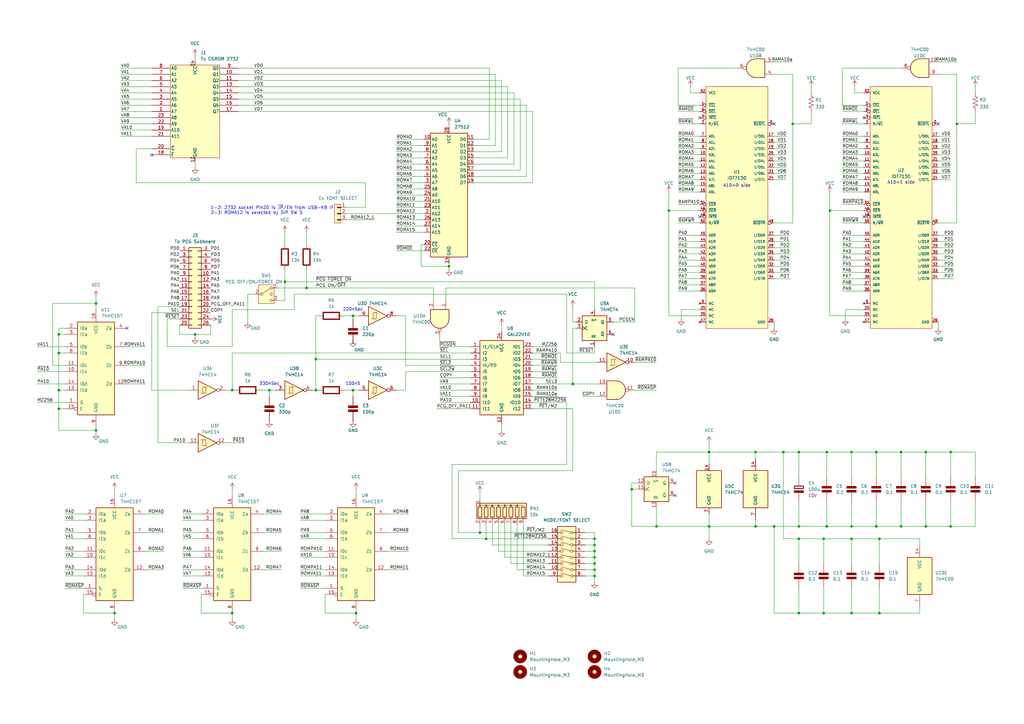
<source format=kicad_sch>
(kicad_sch (version 20231120) (generator "eeschema") (generator_version "8.0")
  (paper "A3")
  (title_block (title "PCG Mainboard for PET / MZ DP-RAM") (date "2024-08-05") (rev "1.0") (company "Mercury-Nihombashi"))
  (junction (at 234.95 157.48))
  (junction (at 392.43 50.8))
  (junction (at 309.88 185.42))
  (junction (at 349.25 185.42))
  (junction (at 110.49 160.02))
  (junction (at 146.05 251.46))
  (junction (at 80.01 137.16))
  (junction (at 360.68 220.98))
  (junction (at 39.37 124.46))
  (junction (at 243.84 236.22))
  (junction (at 39.37 176.53))
  (junction (at 379.73 215.9))
  (junction (at 389.89 215.9))
  (junction (at 125.73 118.11))
  (junction (at 327.66 220.98))
  (junction (at 325.12 50.8))
  (junction (at 290.83 215.9))
  (junction (at 184.15 109.22))
  (junction (at 321.31 185.42))
  (junction (at 243.84 220.98))
  (junction (at 290.83 185.42))
  (junction (at 259.08 200.66))
  (junction (at 349.25 251.46))
  (junction (at 24.13 167.64))
  (junction (at 349.25 220.98))
  (junction (at 369.57 185.42))
  (junction (at 243.84 233.68))
  (junction (at 339.09 215.9))
  (junction (at 337.82 251.46))
  (junction (at 24.13 144.78))
  (junction (at 24.13 137.16))
  (junction (at 24.13 160.02))
  (junction (at 349.25 215.9))
  (junction (at 269.24 215.9))
  (junction (at 274.32 86.36))
  (junction (at 116.84 115.57))
  (junction (at 317.5 215.9))
  (junction (at 359.41 185.42))
  (junction (at 389.89 185.42))
  (junction (at 379.73 185.42))
  (junction (at 327.66 185.42))
  (junction (at 309.88 215.9))
  (junction (at 129.54 160.02))
  (junction (at 369.57 215.9))
  (junction (at 337.82 220.98))
  (junction (at 360.68 251.46))
  (junction (at 199.39 220.98))
  (junction (at 95.25 251.46))
  (junction (at 243.84 226.06))
  (junction (at 95.25 160.02))
  (junction (at 243.84 223.52))
  (junction (at 129.54 147.32))
  (junction (at 243.84 228.6))
  (junction (at 340.36 86.36))
  (junction (at 359.41 215.9))
  (junction (at 327.66 215.9))
  (junction (at 339.09 185.42))
  (junction (at 243.84 231.14))
  (junction (at 46.99 251.46))
  (junction (at 327.66 251.46))
  (junction (at 144.78 129.54))
  (junction (at 144.78 160.02))
  (junction (at 196.85 218.44))
  (no_connect (at 317.5 50.8))
  (no_connect (at 276.86 198.12))
  (no_connect (at 354.33 88.9))
  (no_connect (at 384.81 50.8))
  (no_connect (at 354.33 48.26))
  (no_connect (at 62.23 63.5))
  (no_connect (at 276.86 203.2))
  (no_connect (at 287.02 48.26))
  (no_connect (at 287.02 88.9))
  (no_connect (at 251.46 137.16))
  (no_connect (at 52.07 134.62))
  (wire (pts (xy 26.67 152.4) (xy 15.24 152.4)))
  (wire (pts (xy 144.78 140.97) (xy 144.78 139.7)))
  (wire (pts (xy 278.13 76.2) (xy 287.02 76.2)))
  (wire (pts (xy 194.31 64.77) (xy 208.28 64.77)))
  (wire (pts (xy 82.55 251.46) (xy 95.25 251.46)))
  (wire (pts (xy 317.5 101.6) (xy 323.85 101.6)))
  (wire (pts (xy 68.58 130.81) (xy 73.66 130.81)))
  (wire (pts (xy 251.46 132.08) (xy 260.35 132.08)))
  (wire (pts (xy 146.05 200.66) (xy 146.05 203.2)))
  (wire (pts (xy 74.93 241.3) (xy 82.55 241.3)))
  (wire (pts (xy 234.95 134.62) (xy 236.22 134.62)))
  (wire (pts (xy 332.74 50.8) (xy 325.12 50.8)))
  (wire (pts (xy 49.53 38.1) (xy 62.23 38.1)))
  (wire (pts (xy 377.19 223.52) (xy 377.19 220.98)))
  (wire (pts (xy 162.56 72.39) (xy 173.99 72.39)))
  (wire (pts (xy 199.39 220.98) (xy 224.79 220.98)))
  (wire (pts (xy 80.01 138.43) (xy 80.01 137.16)))
  (wire (pts (xy 179.07 167.64) (xy 193.04 167.64)))
  (wire (pts (xy 218.44 157.48) (xy 234.95 157.48)))
  (wire (pts (xy 359.41 195.58) (xy 359.41 185.42)))
  (wire (pts (xy 229.87 148.59) (xy 229.87 144.78)))
  (wire (pts (xy 243.84 228.6) (xy 243.84 226.06)))
  (wire (pts (xy 278.13 99.06) (xy 287.02 99.06)))
  (wire (pts (xy 400.05 35.56) (xy 400.05 38.1)))
  (wire (pts (xy 193.04 142.24) (xy 180.34 142.24)))
  (wire (pts (xy 218.44 74.93) (xy 218.44 45.72)))
  (wire (pts (xy 261.62 198.12) (xy 259.08 198.12)))
  (wire (pts (xy 101.6 132.08) (xy 101.6 120.65)))
  (wire (pts (xy 200.66 57.15) (xy 200.66 27.94)))
  (wire (pts (xy 185.42 220.98) (xy 185.42 190.5)))
  (wire (pts (xy 97.79 40.64) (xy 213.36 40.64)))
  (wire (pts (xy 259.08 198.12) (xy 259.08 200.66)))
  (wire (pts (xy 74.93 220.98) (xy 82.55 220.98)))
  (wire (pts (xy 278.13 83.82) (xy 287.02 83.82)))
  (wire (pts (xy 274.32 86.36) (xy 274.32 129.54)))
  (wire (pts (xy 392.43 30.48) (xy 384.81 30.48)))
  (wire (pts (xy 107.95 218.44) (xy 115.57 218.44)))
  (wire (pts (xy 73.66 137.16) (xy 73.66 133.35)))
  (wire (pts (xy 218.44 149.86) (xy 228.6 149.86)))
  (wire (pts (xy 24.13 176.53) (xy 39.37 176.53)))
  (wire (pts (xy 278.13 73.66) (xy 287.02 73.66)))
  (wire (pts (xy 339.09 195.58) (xy 339.09 185.42)))
  (wire (pts (xy 290.83 181.61) (xy 290.83 185.42)))
  (wire (pts (xy 144.78 160.02) (xy 144.78 162.56)))
  (wire (pts (xy 339.09 185.42) (xy 349.25 185.42)))
  (wire (pts (xy 360.68 241.3) (xy 360.68 251.46)))
  (wire (pts (xy 359.41 215.9) (xy 369.57 215.9)))
  (wire (pts (xy 340.36 78.74) (xy 340.36 86.36)))
  (wire (pts (xy 144.78 129.54) (xy 147.32 129.54)))
  (wire (pts (xy 26.67 213.36) (xy 34.29 213.36)))
  (wire (pts (xy 345.44 78.74) (xy 354.33 78.74)))
  (wire (pts (xy 80.01 137.16) (xy 86.36 137.16)))
  (wire (pts (xy 49.53 48.26) (xy 62.23 48.26)))
  (wire (pts (xy 26.67 236.22) (xy 34.29 236.22)))
  (wire (pts (xy 86.36 133.35) (xy 86.36 137.16)))
  (wire (pts (xy 107.95 210.82) (xy 115.57 210.82)))
  (wire (pts (xy 123.19 213.36) (xy 133.35 213.36)))
  (wire (pts (xy 345.44 68.58) (xy 354.33 68.58)))
  (wire (pts (xy 213.36 69.85) (xy 213.36 40.64)))
  (wire (pts (xy 234.95 193.04) (xy 234.95 167.64)))
  (wire (pts (xy 349.25 215.9) (xy 359.41 215.9)))
  (wire (pts (xy 214.63 214.63) (xy 214.63 236.22)))
  (wire (pts (xy 269.24 148.59) (xy 260.35 148.59)))
  (wire (pts (xy 345.44 55.88) (xy 354.33 55.88)))
  (wire (pts (xy 26.67 218.44) (xy 34.29 218.44)))
  (wire (pts (xy 260.35 118.11) (xy 260.35 132.08)))
  (wire (pts (xy 369.57 215.9) (xy 379.73 215.9)))
  (wire (pts (xy 49.53 50.8) (xy 62.23 50.8)))
  (wire (pts (xy 123.19 233.68) (xy 133.35 233.68)))
  (wire (pts (xy 180.34 165.1) (xy 193.04 165.1)))
  (wire (pts (xy 269.24 215.9) (xy 290.83 215.9)))
  (wire (pts (xy 49.53 53.34) (xy 62.23 53.34)))
  (wire (pts (xy 24.13 160.02) (xy 24.13 167.64)))
  (wire (pts (xy 317.5 60.96) (xy 322.58 60.96)))
  (wire (pts (xy 146.05 254) (xy 146.05 251.46)))
  (wire (pts (xy 278.13 58.42) (xy 287.02 58.42)))
  (wire (pts (xy 129.54 147.32) (xy 129.54 160.02)))
  (wire (pts (xy 317.5 71.12) (xy 322.58 71.12)))
  (wire (pts (xy 180.34 138.43) (xy 180.34 142.24)))
  (wire (pts (xy 15.24 142.24) (xy 26.67 142.24)))
  (wire (pts (xy 64.77 181.61) (xy 64.77 125.73)))
  (wire (pts (xy 392.43 91.44) (xy 392.43 50.8)))
  (wire (pts (xy 345.44 114.3) (xy 354.33 114.3)))
  (wire (pts (xy 274.32 129.54) (xy 287.02 129.54)))
  (wire (pts (xy 345.44 71.12) (xy 354.33 71.12)))
  (wire (pts (xy 317.5 251.46) (xy 327.66 251.46)))
  (wire (pts (xy 49.53 43.18) (xy 62.23 43.18)))
  (wire (pts (xy 158.75 218.44) (xy 167.64 218.44)))
  (wire (pts (xy 125.73 110.49) (xy 125.73 118.11)))
  (wire (pts (xy 26.67 144.78) (xy 24.13 144.78)))
  (wire (pts (xy 120.65 120.65) (xy 232.41 120.65)))
  (wire (pts (xy 389.89 215.9) (xy 400.05 215.9)))
  (wire (pts (xy 232.41 190.5) (xy 232.41 165.1)))
  (wire (pts (xy 95.25 144.78) (xy 193.04 144.78)))
  (wire (pts (xy 345.44 76.2) (xy 354.33 76.2)))
  (wire (pts (xy 278.13 116.84) (xy 287.02 116.84)))
  (wire (pts (xy 97.79 27.94) (xy 200.66 27.94)))
  (wire (pts (xy 309.88 215.9) (xy 290.83 215.9)))
  (wire (pts (xy 317.5 73.66) (xy 322.58 73.66)))
  (wire (pts (xy 26.67 157.48) (xy 15.24 157.48)))
  (wire (pts (xy 278.13 66.04) (xy 287.02 66.04)))
  (wire (pts (xy 49.53 30.48) (xy 62.23 30.48)))
  (wire (pts (xy 129.54 160.02) (xy 128.27 160.02)))
  (wire (pts (xy 218.44 160.02) (xy 228.6 160.02)))
  (wire (pts (xy 369.57 205.74) (xy 369.57 215.9)))
  (wire (pts (xy 349.25 220.98) (xy 337.82 220.98)))
  (wire (pts (xy 278.13 106.68) (xy 287.02 106.68)))
  (wire (pts (xy 327.66 185.42) (xy 339.09 185.42)))
  (wire (pts (xy 349.25 231.14) (xy 349.25 220.98)))
  (wire (pts (xy 377.19 220.98) (xy 360.68 220.98)))
  (wire (pts (xy 327.66 215.9) (xy 339.09 215.9)))
  (wire (pts (xy 384.81 111.76) (xy 391.16 111.76)))
  (wire (pts (xy 340.36 86.36) (xy 354.33 86.36)))
  (wire (pts (xy 73.66 137.16) (xy 80.01 137.16)))
  (wire (pts (xy 140.97 129.54) (xy 144.78 129.54)))
  (wire (pts (xy 116.84 115.57) (xy 243.84 115.57)))
  (wire (pts (xy 205.74 133.35) (xy 205.74 135.89)))
  (wire (pts (xy 309.88 187.96) (xy 309.88 185.42)))
  (wire (pts (xy 279.4 127) (xy 279.4 130.81)))
  (wire (pts (xy 369.57 27.94) (xy 345.44 27.94)))
  (wire (pts (xy 62.23 60.96) (xy 55.88 60.96)))
  (wire (pts (xy 384.81 71.12) (xy 389.89 71.12)))
  (wire (pts (xy 345.44 43.18) (xy 354.33 43.18)))
  (wire (pts (xy 232.41 144.78) (xy 243.84 144.78)))
  (wire (pts (xy 349.25 241.3) (xy 349.25 251.46)))
  (wire (pts (xy 46.99 200.66) (xy 46.99 203.2)))
  (wire (pts (xy 147.32 160.02) (xy 144.78 160.02)))
  (wire (pts (xy 259.08 215.9) (xy 269.24 215.9)))
  (wire (pts (xy 123.19 228.6) (xy 133.35 228.6)))
  (wire (pts (xy 240.03 233.68) (xy 243.84 233.68)))
  (wire (pts (xy 123.19 220.98) (xy 133.35 220.98)))
  (wire (pts (xy 278.13 50.8) (xy 287.02 50.8)))
  (wire (pts (xy 345.44 83.82) (xy 354.33 83.82)))
  (wire (pts (xy 212.09 233.68) (xy 224.79 233.68)))
  (wire (pts (xy 278.13 45.72) (xy 287.02 45.72)))
  (wire (pts (xy 389.89 195.58) (xy 389.89 185.42)))
  (wire (pts (xy 317.5 91.44) (xy 325.12 91.44)))
  (wire (pts (xy 52.07 157.48) (xy 59.69 157.48)))
  (wire (pts (xy 327.66 220.98) (xy 321.31 220.98)))
  (wire (pts (xy 59.69 210.82) (xy 67.31 210.82)))
  (wire (pts (xy 327.66 241.3) (xy 327.66 251.46)))
  (wire (pts (xy 345.44 45.72) (xy 354.33 45.72)))
  (wire (pts (xy 113.03 160.02) (xy 110.49 160.02)))
  (wire (pts (xy 218.44 167.64) (xy 234.95 167.64)))
  (wire (pts (xy 194.31 67.31) (xy 210.82 67.31)))
  (wire (pts (xy 317.5 109.22) (xy 323.85 109.22)))
  (wire (pts (xy 92.71 181.61) (xy 100.33 181.61)))
  (wire (pts (xy 209.55 214.63) (xy 209.55 231.14)))
  (wire (pts (xy 243.84 236.22) (xy 243.84 233.68)))
  (wire (pts (xy 278.13 119.38) (xy 287.02 119.38)))
  (wire (pts (xy 204.47 214.63) (xy 204.47 226.06)))
  (wire (pts (xy 52.07 142.24) (xy 59.69 142.24)))
  (wire (pts (xy 321.31 185.42) (xy 327.66 185.42)))
  (wire (pts (xy 384.81 101.6) (xy 391.16 101.6)))
  (wire (pts (xy 185.42 190.5) (xy 232.41 190.5)))
  (wire (pts (xy 55.88 60.96) (xy 55.88 74.93)))
  (wire (pts (xy 97.79 35.56) (xy 208.28 35.56)))
  (wire (pts (xy 162.56 64.77) (xy 173.99 64.77)))
  (wire (pts (xy 290.83 220.98) (xy 290.83 215.9)))
  (wire (pts (xy 317.5 66.04) (xy 322.58 66.04)))
  (wire (pts (xy 129.54 147.32) (xy 193.04 147.32)))
  (wire (pts (xy 74.93 228.6) (xy 82.55 228.6)))
  (wire (pts (xy 187.96 193.04) (xy 234.95 193.04)))
  (wire (pts (xy 49.53 33.02) (xy 62.23 33.02)))
  (wire (pts (xy 123.19 226.06) (xy 133.35 226.06)))
  (wire (pts (xy 149.86 74.93) (xy 149.86 85.09)))
  (wire (pts (xy 218.44 152.4) (xy 228.6 152.4)))
  (wire (pts (xy 64.77 181.61) (xy 77.47 181.61)))
  (wire (pts (xy 243.84 238.76) (xy 243.84 236.22)))
  (wire (pts (xy 278.13 109.22) (xy 287.02 109.22)))
  (wire (pts (xy 360.68 251.46) (xy 349.25 251.46)))
  (wire (pts (xy 158.75 233.68) (xy 167.64 233.68)))
  (wire (pts (xy 39.37 176.53) (xy 39.37 177.8)))
  (wire (pts (xy 162.56 85.09) (xy 173.99 85.09)))
  (wire (pts (xy 379.73 195.58) (xy 379.73 185.42)))
  (wire (pts (xy 389.89 205.74) (xy 389.89 215.9)))
  (wire (pts (xy 49.53 55.88) (xy 62.23 55.88)))
  (wire (pts (xy 196.85 218.44) (xy 187.96 218.44)))
  (wire (pts (xy 209.55 231.14) (xy 224.79 231.14)))
  (wire (pts (xy 95.25 254) (xy 95.25 251.46)))
  (wire (pts (xy 144.78 130.81) (xy 144.78 129.54)))
  (wire (pts (xy 123.19 236.22) (xy 133.35 236.22)))
  (wire (pts (xy 400.05 50.8) (xy 392.43 50.8)))
  (wire (pts (xy 125.73 118.11) (xy 177.8 118.11)))
  (wire (pts (xy 278.13 111.76) (xy 287.02 111.76)))
  (wire (pts (xy 317.5 106.68) (xy 323.85 106.68)))
  (wire (pts (xy 218.44 154.94) (xy 228.6 154.94)))
  (wire (pts (xy 21.59 124.46) (xy 39.37 124.46)))
  (wire (pts (xy 123.19 241.3) (xy 133.35 241.3)))
  (wire (pts (xy 59.69 233.68) (xy 67.31 233.68)))
  (wire (pts (xy 400.05 195.58) (xy 400.05 185.42)))
  (wire (pts (xy 107.95 233.68) (xy 115.57 233.68)))
  (wire (pts (xy 359.41 185.42) (xy 369.57 185.42)))
  (wire (pts (xy 345.44 99.06) (xy 354.33 99.06)))
  (wire (pts (xy 278.13 63.5) (xy 287.02 63.5)))
  (wire (pts (xy 345.44 109.22) (xy 354.33 109.22)))
  (wire (pts (xy 26.67 137.16) (xy 24.13 137.16)))
  (wire (pts (xy 97.79 43.18) (xy 215.9 43.18)))
  (wire (pts (xy 96.52 160.02) (xy 95.25 160.02)))
  (wire (pts (xy 130.81 160.02) (xy 129.54 160.02)))
  (wire (pts (xy 243.84 226.06) (xy 243.84 223.52)))
  (wire (pts (xy 120.65 127) (xy 120.65 120.65)))
  (wire (pts (xy 317.5 68.58) (xy 322.58 68.58)))
  (wire (pts (xy 114.3 118.11) (xy 125.73 118.11)))
  (wire (pts (xy 107.95 226.06) (xy 115.57 226.06)))
  (wire (pts (xy 340.36 86.36) (xy 340.36 129.54)))
  (wire (pts (xy 180.34 157.48) (xy 193.04 157.48)))
  (wire (pts (xy 327.66 205.74) (xy 327.66 215.9)))
  (wire (pts (xy 49.53 35.56) (xy 62.23 35.56)))
  (wire (pts (xy 290.83 185.42) (xy 290.83 190.5)))
  (wire (pts (xy 384.81 104.14) (xy 391.16 104.14)))
  (wire (pts (xy 158.75 210.82) (xy 167.64 210.82)))
  (wire (pts (xy 243.84 231.14) (xy 243.84 228.6)))
  (wire (pts (xy 110.49 160.02) (xy 110.49 162.56)))
  (wire (pts (xy 74.93 233.68) (xy 82.55 233.68)))
  (wire (pts (xy 350.52 35.56) (xy 350.52 38.1)))
  (wire (pts (xy 162.56 69.85) (xy 173.99 69.85)))
  (wire (pts (xy 384.81 63.5) (xy 389.89 63.5)))
  (wire (pts (xy 187.96 218.44) (xy 187.96 193.04)))
  (wire (pts (xy 327.66 185.42) (xy 327.66 195.58)))
  (wire (pts (xy 327.66 231.14) (xy 327.66 220.98)))
  (wire (pts (xy 317.5 215.9) (xy 317.5 251.46)))
  (wire (pts (xy 34.29 251.46) (xy 46.99 251.46)))
  (wire (pts (xy 162.56 129.54) (xy 166.37 129.54)))
  (wire (pts (xy 74.93 213.36) (xy 82.55 213.36)))
  (wire (pts (xy 345.44 106.68) (xy 354.33 106.68)))
  (wire (pts (xy 184.15 109.22) (xy 184.15 107.95)))
  (wire (pts (xy 384.81 96.52) (xy 391.16 96.52)))
  (wire (pts (xy 234.95 157.48) (xy 245.11 157.48)))
  (wire (pts (xy 194.31 57.15) (xy 200.66 57.15)))
  (wire (pts (xy 162.56 59.69) (xy 173.99 59.69)))
  (wire (pts (xy 207.01 214.63) (xy 207.01 228.6)))
  (wire (pts (xy 278.13 60.96) (xy 287.02 60.96)))
  (wire (pts (xy 384.81 132.08) (xy 384.81 134.62)))
  (wire (pts (xy 149.86 85.09) (xy 142.24 85.09)))
  (wire (pts (xy 177.8 123.19) (xy 177.8 118.11)))
  (wire (pts (xy 184.15 110.49) (xy 184.15 109.22)))
  (wire (pts (xy 162.56 74.93) (xy 173.99 74.93)))
  (wire (pts (xy 369.57 195.58) (xy 369.57 185.42)))
  (wire (pts (xy 349.25 205.74) (xy 349.25 215.9)))
  (wire (pts (xy 278.13 91.44) (xy 287.02 91.44)))
  (wire (pts (xy 345.44 104.14) (xy 354.33 104.14)))
  (wire (pts (xy 278.13 55.88) (xy 287.02 55.88)))
  (wire (pts (xy 162.56 92.71) (xy 173.99 92.71)))
  (wire (pts (xy 133.35 251.46) (xy 146.05 251.46)))
  (wire (pts (xy 129.54 129.54) (xy 129.54 147.32)))
  (wire (pts (xy 240.03 236.22) (xy 243.84 236.22)))
  (wire (pts (xy 400.05 205.74) (xy 400.05 215.9)))
  (wire (pts (xy 384.81 109.22) (xy 391.16 109.22)))
  (wire (pts (xy 166.37 149.86) (xy 193.04 149.86)))
  (wire (pts (xy 101.6 120.65) (xy 104.14 120.65)))
  (wire (pts (xy 26.67 134.62) (xy 24.13 134.62)))
  (wire (pts (xy 203.2 59.69) (xy 203.2 30.48)))
  (wire (pts (xy 234.95 132.08) (xy 234.95 125.73)))
  (wire (pts (xy 133.35 243.84) (xy 133.35 251.46)))
  (wire (pts (xy 162.56 67.31) (xy 173.99 67.31)))
  (wire (pts (xy 194.31 62.23) (xy 205.74 62.23)))
  (wire (pts (xy 269.24 185.42) (xy 269.24 193.04)))
  (wire (pts (xy 26.67 226.06) (xy 34.29 226.06)))
  (wire (pts (xy 123.19 210.82) (xy 133.35 210.82)))
  (wire (pts (xy 194.31 69.85) (xy 213.36 69.85)))
  (wire (pts (xy 379.73 205.74) (xy 379.73 215.9)))
  (wire (pts (xy 80.01 22.86) (xy 80.01 25.4)))
  (wire (pts (xy 201.93 223.52) (xy 224.79 223.52)))
  (wire (pts (xy 327.66 220.98) (xy 337.82 220.98)))
  (wire (pts (xy 162.56 90.17) (xy 173.99 90.17)))
  (wire (pts (xy 290.83 215.9) (xy 290.83 210.82)))
  (wire (pts (xy 321.31 220.98) (xy 321.31 185.42)))
  (wire (pts (xy 24.13 137.16) (xy 24.13 144.78)))
  (wire (pts (xy 130.81 129.54) (xy 129.54 129.54)))
  (wire (pts (xy 317.5 63.5) (xy 322.58 63.5)))
  (wire (pts (xy 317.5 58.42) (xy 322.58 58.42)))
  (wire (pts (xy 39.37 121.92) (xy 39.37 124.46)))
  (wire (pts (xy 95.25 160.02) (xy 92.71 160.02)))
  (wire (pts (xy 240.03 228.6) (xy 243.84 228.6)))
  (wire (pts (xy 345.44 60.96) (xy 354.33 60.96)))
  (wire (pts (xy 212.09 214.63) (xy 212.09 233.68)))
  (wire (pts (xy 24.13 167.64) (xy 26.67 167.64)))
  (wire (pts (xy 345.44 101.6) (xy 354.33 101.6)))
  (wire (pts (xy 208.28 64.77) (xy 208.28 35.56)))
  (wire (pts (xy 245.11 148.59) (xy 229.87 148.59)))
  (wire (pts (xy 166.37 152.4) (xy 193.04 152.4)))
  (wire (pts (xy 283.21 38.1) (xy 287.02 38.1)))
  (wire (pts (xy 80.01 68.58) (xy 80.01 66.04)))
  (wire (pts (xy 243.84 233.68) (xy 243.84 231.14)))
  (wire (pts (xy 337.82 231.14) (xy 337.82 220.98)))
  (wire (pts (xy 52.07 149.86) (xy 59.69 149.86)))
  (wire (pts (xy 274.32 78.74) (xy 274.32 86.36)))
  (wire (pts (xy 39.37 124.46) (xy 39.37 127)))
  (wire (pts (xy 24.13 144.78) (xy 24.13 160.02)))
  (wire (pts (xy 232.41 120.65) (xy 232.41 144.78)))
  (wire (pts (xy 346.71 127) (xy 346.71 130.81)))
  (wire (pts (xy 377.19 251.46) (xy 360.68 251.46)))
  (wire (pts (xy 82.55 243.84) (xy 82.55 251.46)))
  (wire (pts (xy 243.84 218.44) (xy 240.03 218.44)))
  (wire (pts (xy 379.73 185.42) (xy 389.89 185.42)))
  (wire (pts (xy 218.44 142.24) (xy 228.6 142.24)))
  (wire (pts (xy 172.72 109.22) (xy 184.15 109.22)))
  (wire (pts (xy 162.56 95.25) (xy 173.99 95.25)))
  (wire (pts (xy 384.81 55.88) (xy 389.89 55.88)))
  (wire (pts (xy 162.56 82.55) (xy 173.99 82.55)))
  (wire (pts (xy 95.25 144.78) (xy 95.25 160.02)))
  (wire (pts (xy 123.19 218.44) (xy 133.35 218.44)))
  (wire (pts (xy 234.95 134.62) (xy 234.95 157.48)))
  (wire (pts (xy 218.44 144.78) (xy 229.87 144.78)))
  (wire (pts (xy 360.68 231.14) (xy 360.68 220.98)))
  (wire (pts (xy 269.24 185.42) (xy 290.83 185.42)))
  (wire (pts (xy 369.57 185.42) (xy 379.73 185.42)))
  (wire (pts (xy 116.84 110.49) (xy 116.84 115.57)))
  (wire (pts (xy 332.74 35.56) (xy 332.74 38.1)))
  (wire (pts (xy 278.13 71.12) (xy 287.02 71.12)))
  (wire (pts (xy 360.68 220.98) (xy 349.25 220.98)))
  (wire (pts (xy 340.36 129.54) (xy 354.33 129.54)))
  (wire (pts (xy 97.79 33.02) (xy 205.74 33.02)))
  (wire (pts (xy 283.21 35.56) (xy 283.21 38.1)))
  (wire (pts (xy 74.93 236.22) (xy 82.55 236.22)))
  (wire (pts (xy 259.08 200.66) (xy 259.08 215.9)))
  (wire (pts (xy 162.56 80.01) (xy 173.99 80.01)))
  (wire (pts (xy 317.5 215.9) (xy 309.88 215.9)))
  (wire (pts (xy 26.67 233.68) (xy 34.29 233.68)))
  (wire (pts (xy 345.44 50.8) (xy 354.33 50.8)))
  (wire (pts (xy 278.13 27.94) (xy 278.13 43.18)))
  (wire (pts (xy 345.44 66.04) (xy 354.33 66.04)))
  (wire (pts (xy 194.31 72.39) (xy 215.9 72.39)))
  (wire (pts (xy 379.73 215.9) (xy 389.89 215.9)))
  (wire (pts (xy 317.5 25.4) (xy 325.12 25.4)))
  (wire (pts (xy 59.69 218.44) (xy 67.31 218.44)))
  (wire (pts (xy 317.5 55.88) (xy 322.58 55.88)))
  (wire (pts (xy 345.44 116.84) (xy 354.33 116.84)))
  (wire (pts (xy 384.81 60.96) (xy 389.89 60.96)))
  (wire (pts (xy 62.23 160.02) (xy 62.23 128.27)))
  (wire (pts (xy 325.12 30.48) (xy 325.12 50.8)))
  (wire (pts (xy 345.44 96.52) (xy 354.33 96.52)))
  (wire (pts (xy 269.24 208.28) (xy 269.24 215.9)))
  (wire (pts (xy 243.84 115.57) (xy 243.84 127)))
  (wire (pts (xy 354.33 127) (xy 346.71 127)))
  (wire (pts (xy 214.63 236.22) (xy 224.79 236.22)))
  (wire (pts (xy 278.13 78.74) (xy 287.02 78.74)))
  (wire (pts (xy 116.84 95.25) (xy 116.84 100.33)))
  (wire (pts (xy 309.88 185.42) (xy 321.31 185.42)))
  (wire (pts (xy 199.39 220.98) (xy 185.42 220.98)))
  (wire (pts (xy 309.88 185.42) (xy 290.83 185.42)))
  (wire (pts (xy 204.47 226.06) (xy 224.79 226.06)))
  (wire (pts (xy 269.24 160.02) (xy 260.35 160.02)))
  (wire (pts (xy 95.25 200.66) (xy 95.25 203.2)))
  (wire (pts (xy 384.81 91.44) (xy 392.43 91.44)))
  (wire (pts (xy 332.74 45.72) (xy 332.74 50.8)))
  (wire (pts (xy 345.44 111.76) (xy 354.33 111.76)))
  (wire (pts (xy 74.93 218.44) (xy 82.55 218.44)))
  (wire (pts (xy 339.09 215.9) (xy 349.25 215.9)))
  (wire (pts (xy 384.81 73.66) (xy 389.89 73.66)))
  (wire (pts (xy 400.05 45.72) (xy 400.05 50.8)))
  (wire (pts (xy 49.53 45.72) (xy 62.23 45.72)))
  (wire (pts (xy 384.81 99.06) (xy 391.16 99.06)))
  (wire (pts (xy 196.85 214.63) (xy 196.85 218.44)))
  (wire (pts (xy 182.88 118.11) (xy 182.88 123.19)))
  (wire (pts (xy 287.02 127) (xy 279.4 127)))
  (wire (pts (xy 240.03 226.06) (xy 243.84 226.06)))
  (wire (pts (xy 317.5 111.76) (xy 323.85 111.76)))
  (wire (pts (xy 97.79 30.48) (xy 203.2 30.48)))
  (wire (pts (xy 345.44 91.44) (xy 354.33 91.44)))
  (wire (pts (xy 125.73 95.25) (xy 125.73 100.33)))
  (wire (pts (xy 97.79 45.72) (xy 218.44 45.72)))
  (wire (pts (xy 166.37 160.02) (xy 162.56 160.02)))
  (wire (pts (xy 278.13 68.58) (xy 287.02 68.58)))
  (wire (pts (xy 384.81 106.68) (xy 391.16 106.68)))
  (wire (pts (xy 116.84 115.57) (xy 116.84 123.19)))
  (wire (pts (xy 34.29 243.84) (xy 34.29 251.46)))
  (wire (pts (xy 201.93 214.63) (xy 201.93 223.52)))
  (wire (pts (xy 240.03 223.52) (xy 243.84 223.52)))
  (wire (pts (xy 278.13 101.6) (xy 287.02 101.6)))
  (wire (pts (xy 172.72 109.22) (xy 172.72 100.33)))
  (wire (pts (xy 325.12 30.48) (xy 317.5 30.48)))
  (wire (pts (xy 46.99 254) (xy 46.99 251.46)))
  (wire (pts (xy 317.5 132.08) (xy 317.5 134.62)))
  (wire (pts (xy 205.74 62.23) (xy 205.74 33.02)))
  (wire (pts (xy 377.19 248.92) (xy 377.19 251.46)))
  (wire (pts (xy 26.67 241.3) (xy 34.29 241.3)))
  (wire (pts (xy 236.22 132.08) (xy 234.95 132.08)))
  (wire (pts (xy 182.88 118.11) (xy 260.35 118.11)))
  (wire (pts (xy 261.62 200.66) (xy 259.08 200.66)))
  (wire (pts (xy 205.74 176.53) (xy 205.74 173.99)))
  (wire (pts (xy 142.24 87.63) (xy 173.99 87.63)))
  (wire (pts (xy 194.31 74.93) (xy 218.44 74.93)))
  (wire (pts (xy 49.53 27.94) (xy 62.23 27.94)))
  (wire (pts (xy 345.44 63.5) (xy 354.33 63.5)))
  (wire (pts (xy 24.13 167.64) (xy 24.13 176.53)))
  (wire (pts (xy 349.25 185.42) (xy 359.41 185.42)))
  (wire (pts (xy 349.25 195.58) (xy 349.25 185.42)))
  (wire (pts (xy 95.25 127) (xy 120.65 127)))
  (wire (pts (xy 243.84 142.24) (xy 243.84 144.78)))
  (wire (pts (xy 74.93 210.82) (xy 82.55 210.82)))
  (wire (pts (xy 218.44 162.56) (xy 228.6 162.56)))
  (wire (pts (xy 64.77 125.73) (xy 73.66 125.73)))
  (wire (pts (xy 384.81 58.42) (xy 389.89 58.42)))
  (wire (pts (xy 392.43 30.48) (xy 392.43 50.8)))
  (wire (pts (xy 317.5 99.06) (xy 323.85 99.06)))
  (wire (pts (xy 114.3 123.19) (xy 116.84 123.19)))
  (wire (pts (xy 345.44 73.66) (xy 354.33 73.66)))
  (wire (pts (xy 309.88 213.36) (xy 309.88 215.9)))
  (wire (pts (xy 59.69 226.06) (xy 67.31 226.06)))
  (wire (pts (xy 243.84 223.52) (xy 243.84 220.98)))
  (wire (pts (xy 26.67 149.86) (xy 21.59 149.86)))
  (wire (pts (xy 240.03 231.14) (xy 243.84 231.14)))
  (wire (pts (xy 140.97 160.02) (xy 144.78 160.02)))
  (wire (pts (xy 384.81 114.3) (xy 391.16 114.3)))
  (wire (pts (xy 68.58 142.24) (xy 68.58 130.81)))
  (wire (pts (xy 162.56 57.15) (xy 173.99 57.15)))
  (wire (pts (xy 243.84 220.98) (xy 243.84 218.44)))
  (wire (pts (xy 218.44 165.1) (xy 232.41 165.1)))
  (wire (pts (xy 215.9 72.39) (xy 215.9 43.18)))
  (wire (pts (xy 26.67 210.82) (xy 34.29 210.82)))
  (wire (pts (xy 278.13 104.14) (xy 287.02 104.14)))
  (wire (pts (xy 317.5 96.52) (xy 323.85 96.52)))
  (wire (pts (xy 196.85 201.93) (xy 196.85 204.47)))
  (wire (pts (xy 207.01 228.6) (xy 224.79 228.6)))
  (wire (pts (xy 337.82 241.3) (xy 337.82 251.46)))
  (wire (pts (xy 162.56 77.47) (xy 173.99 77.47)))
  (wire (pts (xy 317.5 114.3) (xy 323.85 114.3)))
  (wire (pts (xy 339.09 205.74) (xy 339.09 215.9)))
  (wire (pts (xy 180.34 154.94) (xy 193.04 154.94)))
  (wire (pts (xy 349.25 251.46) (xy 337.82 251.46)))
  (wire (pts (xy 278.13 43.18) (xy 287.02 43.18)))
  (wire (pts (xy 384.81 68.58) (xy 389.89 68.58)))
  (wire (pts (xy 184.15 50.8) (xy 184.15 52.07)))
  (wire (pts (xy 238.76 162.56) (xy 245.11 162.56)))
  (wire (pts (xy 26.67 220.98) (xy 34.29 220.98)))
  (wire (pts (xy 180.34 160.02) (xy 193.04 160.02)))
  (wire (pts (xy 278.13 27.94) (xy 302.26 27.94)))
  (wire (pts (xy 24.13 134.62) (xy 24.13 137.16)))
  (wire (pts (xy 142.24 90.17) (xy 153.67 90.17)))
  (wire (pts (xy 55.88 74.93) (xy 149.86 74.93)))
  (wire (pts (xy 278.13 96.52) (xy 287.02 96.52)))
  (wire (pts (xy 166.37 129.54) (xy 166.37 149.86)))
  (wire (pts (xy 62.23 128.27) (xy 73.66 128.27)))
  (wire (pts (xy 389.89 185.42) (xy 400.05 185.42)))
  (wire (pts (xy 166.37 152.4) (xy 166.37 160.02)))
  (wire (pts (xy 350.52 38.1) (xy 354.33 38.1)))
  (wire (pts (xy 180.34 162.56) (xy 193.04 162.56)))
  (wire (pts (xy 158.75 226.06) (xy 167.64 226.06)))
  (wire (pts (xy 74.93 226.06) (xy 82.55 226.06)))
  (wire (pts (xy 325.12 91.44) (xy 325.12 50.8)))
  (wire (pts (xy 327.66 251.46) (xy 337.82 251.46)))
  (wire (pts (xy 97.79 38.1) (xy 210.82 38.1)))
  (wire (pts (xy 218.44 147.32) (xy 228.6 147.32)))
  (wire (pts (xy 384.81 66.04) (xy 389.89 66.04)))
  (wire (pts (xy 26.67 165.1) (xy 15.24 165.1)))
  (wire (pts (xy 106.68 160.02) (xy 110.49 160.02)))
  (wire (pts (xy 162.56 62.23) (xy 173.99 62.23)))
  (wire (pts (xy 95.25 142.24) (xy 95.25 127)))
  (wire (pts (xy 26.67 228.6) (xy 34.29 228.6)))
  (wire (pts (xy 210.82 67.31) (xy 210.82 38.1)))
  (wire (pts (xy 196.85 218.44) (xy 224.79 218.44)))
  (wire (pts (xy 24.13 160.02) (xy 26.67 160.02)))
  (wire (pts (xy 68.58 142.24) (xy 95.25 142.24)))
  (wire (pts (xy 359.41 205.74) (xy 359.41 215.9)))
  (wire (pts (xy 327.66 215.9) (xy 317.5 215.9)))
  (wire (pts (xy 162.56 102.87) (xy 173.99 102.87)))
  (wire (pts (xy 240.03 220.98) (xy 243.84 220.98)))
  (wire (pts (xy 345.44 27.94) (xy 345.44 43.18)))
  (wire (pts (xy 21.59 124.46) (xy 21.59 149.86)))
  (wire (pts (xy 39.37 175.26) (xy 39.37 176.53)))
  (wire (pts (xy 274.32 86.36) (xy 287.02 86.36)))
  (wire (pts (xy 77.47 160.02) (xy 62.23 160.02)))
  (wire (pts (xy 49.53 40.64) (xy 62.23 40.64)))
  (wire (pts (xy 194.31 59.69) (xy 203.2 59.69)))
  (wire (pts (xy 345.44 119.38) (xy 354.33 119.38)))
  (wire (pts (xy 384.81 25.4) (xy 392.43 25.4)))
  (wire (pts (xy 278.13 114.3) (xy 287.02 114.3)))
  (wire (pts (xy 172.72 100.33) (xy 173.99 100.33)))
  (wire (pts (xy 345.44 58.42) (xy 354.33 58.42)))
  (wire (pts (xy 199.39 214.63) (xy 199.39 220.98)))
  (wire (pts (xy 317.5 104.14) (xy 323.85 104.14)))
  (text "100nS" (at 144.78 157.48 0) (effects (font (size 1.27 1.27))))
  (text "1-2: 2732 socket Pin20 is ~{JP}/EN from USB-KB IF\n2-3: ROMA12 is selected by DIP SW 5" (at 86.36 86.36 0) (effects (font (size 1.27 1.27)) (justify left)))
  (text "A10=1 side" (at 369.57 74.93 0) (effects (font (size 1.27 1.27))))
  (text "A10=0 side" (at 302.26 76.2 0) (effects (font (size 1.27 1.27))))
  (text "220nSec" (at 144.78 127 0) (effects (font (size 1.27 1.27))))
  (text "330nSec" (at 110.49 157.48 0) (effects (font (size 1.27 1.27))))
  (label "ROMA6" (at 162.56 72.39 0))
  (label "~{RAMOE}" (at 278.13 45.72 0))
  (label "~{PA10}" (at 15.24 152.4 0))
  (label "PA0" (at 26.67 210.82 0))
  (label "ROMA8" (at 162.56 77.47 0))
  (label "ROMVA11" (at 59.69 142.24 180))
  (label "VA1" (at 49.53 30.48 0))
  (label "VD1" (at 389.89 58.42 180))
  (label "ROMA3" (at 162.56 64.77 0))
  (label "PA3" (at 26.67 233.68 0))
  (label "PD5" (at 391.16 109.22 180))
  (label "PA0" (at 73.66 113.03 180))
  (label "PD4" (at 323.85 106.68 180))
  (label "ROMA1" (at 345.44 58.42 0))
  (label "VD6" (at 389.89 71.12 180))
  (label "SEL3" (at 228.6 157.48 180))
  (label "VA10" (at 180.34 160.02 0))
  (label "ROMA4" (at 115.57 210.82 180))
  (label "PCG_OFF_PA11" (at 86.36 125.73 0))
  (label "PA9" (at 278.13 119.38 0))
  (label "PA4" (at 278.13 106.68 0))
  (label "VD2" (at 322.58 60.96 180))
  (label "VD7" (at 322.58 73.66 180))
  (label "PA4" (at 345.44 106.68 0))
  (label "PA1" (at 278.13 99.06 0))
  (label "VD1" (at 104.14 30.48 0))
  (label "PA7" (at 278.13 114.3 0))
  (label "~{PET}{slash}MZ" (at 215.9 218.44 0))
  (label "ROMA12_1" (at 153.67 90.17 180))
  (label "ROMA1" (at 67.31 218.44 180))
  (label "PCG_OFF_PA11" (at 179.07 167.64 0))
  (label "~{PET}{slash}MZ" (at 228.6 167.64 180))
  (label "~{RAMPA10}" (at 345.44 83.82 0))
  (label "PD4" (at 391.16 106.68 180))
  (label "ROMA9" (at 278.13 78.74 0))
  (label "ROMA5" (at 115.57 218.44 180))
  (label "MZ256" (at 15.24 165.1 0))
  (label "ROMA0" (at 345.44 55.88 0))
  (label "ROMA2" (at 345.44 60.96 0))
  (label "VA1" (at 26.67 220.98 0))
  (label "ROMA1" (at 162.56 59.69 0))
  (label "ROMA15" (at 162.56 95.25 0))
  (label "~{PCG FORCE ON}" (at 129.54 115.57 0))
  (label "PD2" (at 73.66 105.41 180))
  (label "PA8" (at 345.44 116.84 0))
  (label "PA5" (at 74.93 218.44 0))
  (label "PA10" (at 71.12 181.61 0))
  (label "VA9" (at 49.53 50.8 0))
  (label "PA7" (at 74.93 233.68 0))
  (label "~{ROMOE}" (at 162.56 102.87 0))
  (label "PCG ON{slash}~{OFF}" (at 129.54 118.11 0))
  (label "ROMA13" (at 215.9 231.14 0))
  (label "~{ROMASP}" (at 269.24 160.02 180))
  (label "PA7" (at 86.36 120.65 0))
  (label "VA7" (at 49.53 45.72 0))
  (label "VD3" (at 322.58 63.5 180))
  (label "VA7" (at 74.93 236.22 0))
  (label "~{RESET}" (at 73.66 130.81 180))
  (label "PA9" (at 86.36 123.19 0))
  (label "RAMA10a" (at 325.12 25.4 180))
  (label "MZ256" (at 228.6 142.24 180))
  (label "PA10" (at 180.34 165.1 0))
  (label "VA9" (at 123.19 220.98 0))
  (label "~{ROMASP}" (at 74.93 241.3 0))
  (label "ROMA0" (at 67.31 210.82 180))
  (label "~{SEL2}" (at 180.34 149.86 0))
  (label "VD3" (at 104.14 35.56 0))
  (label "PA4" (at 73.66 118.11 180))
  (label "RAMA10b" (at 228.6 160.02 180))
  (label "PA8" (at 278.13 116.84 0))
  (label "ROMPA11" (at 123.19 233.68 0))
  (label "SEL" (at 73.66 128.27 180))
  (label "PD7" (at 323.85 114.3 180))
  (label "PA4" (at 74.93 210.82 0))
  (label "SEL1" (at 180.34 147.32 0))
  (label "PA10" (at 15.24 157.48 0))
  (label "ROMA11" (at 162.56 85.09 0))
  (label "~{RAMWL}" (at 278.13 50.8 0))
  (label "VA10" (at 123.19 228.6 0))
  (label "COPY" (at 86.36 128.27 0))
  (label "ROMA11" (at 167.64 233.68 180))
  (label "PA1" (at 26.67 218.44 0))
  (label "ROMA15" (at 215.9 236.22 0))
  (label "VD0" (at 389.89 55.88 180))
  (label "ROMA13" (at 162.56 90.17 0))
  (label "ROMA9" (at 167.64 218.44 180))
  (label "~{RAMWR}" (at 278.13 91.44 0))
  (label "PD3" (at 391.16 104.14 180))
  (label "VA6" (at 49.53 43.18 0))
  (label "~{RAMWL}" (at 345.44 50.8 0))
  (label "VA11" (at 15.24 142.24 0))
  (label "PA10" (at 73.66 125.73 180))
  (label "PA6" (at 278.13 111.76 0))
  (label "ROMA3" (at 278.13 63.5 0))
  (label "ROMA7" (at 162.56 74.93 0))
  (label "ROMA8" (at 345.44 76.2 0))
  (label "VD5" (at 322.58 68.58 180))
  (label "PD0" (at 323.85 96.52 180))
  (label "RAMPA10" (at 228.6 144.78 180))
  (label "ROMA10" (at 167.64 226.06 180))
  (label "PA9" (at 123.19 218.44 0))
  (label "VD4" (at 322.58 66.04 180))
  (label "PD3" (at 323.85 104.14 180))
  (label "RAMA10b" (at 392.43 25.4 180))
  (label "ROMA1" (at 278.13 58.42 0))
  (label "~{ROMOE}" (at 228.6 147.32 180))
  (label "VA4" (at 74.93 213.36 0))
  (label "ROMA0" (at 162.56 57.15 0))
  (label "PD2" (at 323.85 101.6 180))
  (label "~{RAMOE}" (at 228.6 154.94 180))
  (label "PD1" (at 391.16 99.06 180))
  (label "COPY" (at 180.34 154.94 0))
  (label "VD4" (at 104.14 38.1 0))
  (label "ROMA3" (at 67.31 233.68 180))
  (label "VA4" (at 49.53 38.1 0))
  (label "ROMA6" (at 115.57 226.06 180))
  (label "VD5" (at 104.14 40.64 0))
  (label "COPY" (at 238.76 162.56 0))
  (label "VD5" (at 389.89 68.58 180))
  (label "ROMA8" (at 278.13 76.2 0))
  (label "PA0" (at 345.44 96.52 0))
  (label "VD7" (at 104.14 45.72 0))
  (label "PA1" (at 86.36 113.03 0))
  (label "ROMA14" (at 215.9 233.68 0))
  (label "PD5" (at 323.85 109.22 180))
  (label "~{RAMWR}" (at 228.6 149.86 180))
  (label "PA3" (at 86.36 115.57 0))
  (label "PD6" (at 391.16 111.76 180))
  (label "ROMA9" (at 345.44 78.74 0))
  (label "VA2" (at 49.53 33.02 0))
  (label "ROMPA11" (at 59.69 157.48 180))
  (label "ROMVA11" (at 123.19 236.22 0))
  (label "ROMA10" (at 162.56 82.55 0))
  (label "~{SEL}" (at 180.34 144.78 0))
  (label "PCGEN" (at 260.35 132.08 180))
  (label "VD2" (at 389.89 60.96 180))
  (label "VA5" (at 74.93 220.98 0))
  (label "VD7" (at 389.89 73.66 180))
  (label "PA5" (at 345.44 109.22 0))
  (label "PA3" (at 345.44 104.14 0))
  (label "VD6" (at 322.58 71.12 180))
  (label "ROMA6" (at 345.44 71.12 0))
  (label "~{PET128MZ256}" (at 232.41 165.1 180))
  (label "VD2" (at 104.14 33.02 0))
  (label "PA6" (at 73.66 120.65 180))
  (label "~{SEL2W}" (at 180.34 152.4 0))
  (label "VA8" (at 49.53 48.26 0))
  (label "ROMA5" (at 162.56 69.85 0))
  (label "PD6" (at 73.66 110.49 180))
  (label "ROMA6" (at 278.13 71.12 0))
  (label "RAMA10a" (at 228.6 162.56 180))
  (label "~{RESET}" (at 237.49 144.78 0))
  (label "VA5" (at 49.53 40.64 0))
  (label "~{RAMWR}" (at 345.44 91.44 0))
  (label "ROMA14" (at 162.56 92.71 0))
  (label "ROMA9" (at 162.56 80.01 0))
  (label "PA8" (at 73.66 123.19 180))
  (label "PD6" (at 323.85 111.76 180))
  (label "PD1" (at 323.85 99.06 180))
  (label "ROMA2" (at 162.56 62.23 0))
  (label "RAMPA10" (at 278.13 83.82 0))
  (label "~{RAMOE}" (at 345.44 45.72 0))
  (label "PD7" (at 86.36 110.49 0))
  (label "PA2" (at 345.44 101.6 0))
  (label "PA2" (at 26.67 226.06 0))
  (label "VA0" (at 49.53 27.94 0))
  (label "VD3" (at 389.89 63.5 180))
  (label "ROMA7" (at 115.57 233.68 180))
  (label "VA9" (at 180.34 157.48 0))
  (label "~{PET128MZ256}" (at 210.82 220.98 0))
  (label "PD4" (at 73.66 107.95 180))
  (label "ROMA4" (at 345.44 66.04 0))
  (label "ROMA2" (at 67.31 226.06 180))
  (label "VA11" (at 180.34 162.56 0))
  (label "ROMPA10" (at 123.19 226.06 0))
  (label "VD1" (at 322.58 58.42 180))
  (label "VD4" (at 389.89 66.04 180))
  (label "VD0" (at 322.58 55.88 180))
  (label "PA7" (at 345.44 114.3 0))
  (label "~{RAMWL}" (at 228.6 152.4 180))
  (label "ROMA7" (at 345.44 73.66 0))
  (label "ROMA2" (at 278.13 60.96 0))
  (label "VA10" (at 49.53 53.34 0))
  (label "PD7" (at 391.16 114.3 180))
  (label "PA5" (at 278.13 109.22 0))
  (label "ROMA3" (at 345.44 63.5 0))
  (label "PD0" (at 73.66 102.87 180))
  (label "ROMA0" (at 278.13 55.88 0))
  (label "PA8" (at 123.19 210.82 0))
  (label "VA3" (at 49.53 35.56 0))
  (label "VA3" (at 26.67 236.22 0))
  (label "ROMA12" (at 162.56 87.63 0))
  (label "PA2" (at 73.66 115.57 180))
  (label "ROMA7" (at 278.13 73.66 0))
  (label "PD3" (at 86.36 105.41 0))
  (label "VA6" (at 74.93 228.6 0))
  (label "PD0" (at 391.16 96.52 180))
  (label "VA11" (at 49.53 55.88 0))
  (label "PA2" (at 278.13 101.6 0))
  (label "PD5" (at 86.36 107.95 0))
  (label "PA6" (at 74.93 226.06 0))
  (label "VA0" (at 26.67 213.36 0))
  (label "ROMA5" (at 345.44 68.58 0))
  (label "PA9" (at 345.44 119.38 0))
  (label "VA2" (at 26.67 228.6 0))
  (label "PD2" (at 391.16 101.6 180))
  (label "PA5" (at 86.36 118.11 0))
  (label "~{ROMASP}" (at 26.67 241.3 0))
  (label "ROMPA10" (at 59.69 149.86 180))
  (label "~{PCGON}" (at 180.34 142.24 0))
  (label "PA3" (at 278.13 104.14 0))
  (label "PD1" (at 86.36 102.87 0))
  (label "ROMA8" (at 167.64 210.82 180))
  (label "PA6" (at 345.44 111.76 0))
  (label "~{RAMPA10}" (at 269.24 148.59 180))
  (label "ROMA4" (at 162.56 67.31 0))
  (label "VD6" (at 104.14 43.18 0))
  (label "~{PA10}" (at 100.33 181.61 180))
  (label "VA8" (at 123.19 213.36 0))
  (label "VD0" (at 104.14 27.94 0))
  (label "PA1" (at 345.44 99.06 0))
  (label "ROMA4" (at 278.13 66.04 0))
  (label "PA0" (at 278.13 96.52 0))
  (label "~{ROMASP}" (at 123.19 241.3 0))
  (label "ROMA5" (at 278.13 68.58 0))
  (label "ROMA12_1" (at 215.9 228.6 0))
  (symbol (lib_id "PCM_SL_Mechanical:MountingHole_M3") (at 243.84 269.24 0) (unit 1)
    (property "Reference" "H2" (at 247.65 267.9699 0) (effects (justify left)))
    (property "Value" "MountingHole_M3" (at 247.65 270.5099 0) (effects (justify left)))
    (property "Footprint" "MountingHole:MountingHole_3.2mm_M3" (effects (hide yes)))
    (property "Description" "3.2mm Diameter Mounting Hole (M3)" (effects (hide yes)))
  )
  (symbol (lib_id "power:VCC") (at 332.74 35.56 0) (unit 1)
    (property "Reference" "#PWR03" (effects (hide yes)))
    (property "Value" "VCC" (at 332.74 31.9555 0))
    (property "Description" "Power symbol creates a global label with name \"VCC\"" (effects (hide yes)))
  )
  (symbol (lib_id "power:GND") (at 243.84 238.76 0) (unit 1)
    (property "Reference" "#PWR031" (effects (hide yes)))
    (property "Value" "GND" (at 243.84 243.84 0))
    (property "Description" "Power symbol creates a global label with name \"GND\" , ground" (effects (hide yes)))
  )
  (symbol (lib_id "power:GND") (at 46.99 254 0) (unit 1)
    (property "Reference" "#PWR032" (effects (hide yes)))
    (property "Value" "GND" (at 50.165 257.175 0))
    (property "Description" "Power symbol creates a global label with name \"GND\" , ground" (effects (hide yes)))
  )
  (symbol (lib_id "PCM_Elektuur:C") (at 389.89 200.66 0) (unit 1)
    (property "Reference" "C10" (at 393.7 199.3899 0) (effects (justify left)))
    (property "Value" "0.1" (at 393.7 201.9299 0) (effects (justify left)))
    (property "Footprint" "Kao_Library:LargePad_R_Axial_DIN0204_L3.6mm_D1.6mm_P2.54mm_Vertical" (effects (hide yes)))
    (property "Description" "capacitor, non-polarized/bipolar" (effects (hide yes)))
    (property "Indicator" "+" (effects (hide yes)))
    (property "Rating" "V" (effects (hide yes)))
  )
  (symbol (lib_id "Switch:SW_SPDT_MSM") (at 109.22 120.65 0) (unit 1)
    (property "Reference" "SW1" (at 109.22 113.03 0))
    (property "Value" "PCG OFF/ON/FORCE ON" (at 104.14 115.57 0))
    (property "Footprint" "Connector_PinHeader_2.54mm:PinHeader_1x03_P2.54mm_Vertical" (effects (hide yes)))
    (property "Description" "Switch, single pole double throw, center OFF position" (effects (hide yes)))
  )
  (symbol (lib_id "PCM_Elektuur:C") (at 349.25 236.22 0) (unit 1)
    (property "Reference" "C14" (at 353.06 234.9499 0) (effects (justify left)))
    (property "Value" "0.1" (at 353.06 237.4899 0) (effects (justify left)))
    (property "Footprint" "Kao_Library:LargePad_R_Axial_DIN0204_L3.6mm_D1.6mm_P2.54mm_Vertical" (effects (hide yes)))
    (property "Description" "capacitor, non-polarized/bipolar" (effects (hide yes)))
    (property "Indicator" "+" (effects (hide yes)))
    (property "Rating" "V" (effects (hide yes)))
  )
  (symbol (lib_id "power:GND") (at 205.74 176.53 0) (unit 1)
    (property "Reference" "#PWR025" (effects (hide yes)))
    (property "Value" "GND" (at 205.74 181.61 0))
    (property "Description" "Power symbol creates a global label with name \"GND\" , ground" (effects (hide yes)))
  )
  (symbol (lib_id "74xx:74LS74") (at 243.84 134.62 0) (unit 1)
    (property "Reference" "U5" (at 246.0341 124.46 0) (effects (justify left)))
    (property "Value" "74HC74" (at 246.0341 127 0) (effects (justify left)))
    (property "Footprint" "Package_DIP:DIP-14_W7.62mm_Socket_LongPads" (effects (hide yes)))
    (property "Datasheet" "74xx/74hc_hct74.pdf" (effects (hide yes)))
    (property "Description" "Dual D Flip-flop, Set & Reset" (effects (hide yes)))
  )
  (symbol (lib_id "power:GND") (at 144.78 172.72 0) (unit 1)
    (property "Reference" "#PWR024" (effects (hide yes)))
    (property "Value" "GND" (at 144.78 176.53 0))
    (property "Description" "Power symbol creates a global label with name \"GND\" , ground" (effects (hide yes)))
  )
  (symbol (lib_id "PCM_Elektuur:C") (at 400.05 200.66 0) (unit 1)
    (property "Reference" "C11" (at 403.86 199.3899 0) (effects (justify left)))
    (property "Value" "0.1" (at 403.86 201.9299 0) (effects (justify left)))
    (property "Footprint" "Kao_Library:LargePad_R_Axial_DIN0204_L3.6mm_D1.6mm_P2.54mm_Vertical" (effects (hide yes)))
    (property "Description" "capacitor, non-polarized/bipolar" (effects (hide yes)))
    (property "Indicator" "+" (effects (hide yes)))
    (property "Rating" "V" (effects (hide yes)))
  )
  (symbol (lib_id "PCM_Elektuur:C") (at 369.57 200.66 0) (unit 1)
    (property "Reference" "C8" (at 373.38 199.3899 0) (effects (justify left)))
    (property "Value" "0.1" (at 373.38 201.9299 0) (effects (justify left)))
    (property "Footprint" "Kao_Library:LargePad_R_Axial_DIN0204_L3.6mm_D1.6mm_P2.54mm_Vertical" (effects (hide yes)))
    (property "Description" "capacitor, non-polarized/bipolar" (effects (hide yes)))
    (property "Indicator" "+" (effects (hide yes)))
    (property "Rating" "V" (effects (hide yes)))
  )
  (symbol (lib_id "PCM_Elektuur:C") (at 359.41 200.66 0) (unit 1)
    (property "Reference" "C7" (at 363.22 199.3899 0) (effects (justify left)))
    (property "Value" "0.1" (at 363.22 201.9299 0) (effects (justify left)))
    (property "Footprint" "Kao_Library:LargePad_R_Axial_DIN0204_L3.6mm_D1.6mm_P2.54mm_Vertical" (effects (hide yes)))
    (property "Description" "capacitor, non-polarized/bipolar" (effects (hide yes)))
    (property "Indicator" "+" (effects (hide yes)))
    (property "Rating" "V" (effects (hide yes)))
  )
  (symbol (lib_id "power:VCC") (at 146.05 200.66 0) (unit 1)
    (property "Reference" "#PWR028" (effects (hide yes)))
    (property "Value" "VCC" (at 146.05 195.58 0))
    (property "Description" "Power symbol creates a global label with name \"VCC\"" (effects (hide yes)))
  )
  (symbol (lib_id "Kao_Library:2732_Socket") (at 80.01 45.72 0) (unit 1)
    (property "Reference" "J1" (at 82.2041 21.59 0) (effects (justify left)))
    (property "Value" "To CGROM 2732" (at 82.2041 24.13 0) (effects (justify left)))
    (property "Footprint" "Package_DIP:DIP-24_W15.24mm_Socket_LongPads" (effects (hide yes)))
    (property "Description" "REPROM 4 Ko" (effects (hide yes)))
  )
  (symbol (lib_id "PCM_Elektuur:C") (at 110.49 167.64 0) (unit 1)
    (property "Reference" "C2" (at 114.3 166.3699 0) (effects (justify left)))
    (property "Value" "330p" (at 114.3 168.9099 0) (effects (justify left)))
    (property "Footprint" "Kao_Library:LargePad_R_Axial_DIN0204_L3.6mm_D1.6mm_P2.54mm_Vertical" (effects (hide yes)))
    (property "Description" "capacitor, non-polarized/bipolar" (effects (hide yes)))
    (property "Indicator" "+" (effects (hide yes)))
    (property "Rating" "V" (effects (hide yes)))
  )
  (symbol (lib_id "74xx:74LS00") (at 377.19 27.94 180) (unit 3)
    (property "Reference" "U10" (at 377.19 22.86 0))
    (property "Value" "74HC00" (at 377.19 20.32 0))
    (property "Footprint" "Package_DIP:DIP-14_W7.62mm_Socket_LongPads" (effects (hide yes)))
    (property "Datasheet" "http://www.ti.com/lit/gpn/sn74ls00" (effects (hide yes)))
    (property "Description" "quad 2-input NAND gate" (effects (hide yes)))
  )
  (symbol (lib_id "PCM_SL_Mechanical:MountingHole_M3") (at 213.36 269.24 0) (unit 1)
    (property "Reference" "H1" (at 217.17 267.9699 0) (effects (justify left)))
    (property "Value" "MountingHole_M3" (at 217.17 270.5099 0) (effects (justify left)))
    (property "Footprint" "MountingHole:MountingHole_3.2mm_M3" (effects (hide yes)))
    (property "Description" "3.2mm Diameter Mounting Hole (M3)" (effects (hide yes)))
  )
  (symbol (lib_id "74xx:74LS00") (at 252.73 160.02 0) (mirror x) (unit 4)
    (property "Reference" "U10" (at 252.095 168.91 0))
    (property "Value" "74HC00" (at 252.095 166.37 0))
    (property "Footprint" "Package_DIP:DIP-14_W7.62mm_Socket_LongPads" (effects (hide yes)))
    (property "Datasheet" "http://www.ti.com/lit/gpn/sn74ls00" (effects (hide yes)))
    (property "Description" "quad 2-input NAND gate" (effects (hide yes)))
  )
  (symbol (lib_id "PCM_SL_Mechanical:MountingHole_M3") (at 243.84 275.59 0) (unit 1)
    (property "Reference" "H4" (at 247.65 274.3199 0) (effects (justify left)))
    (property "Value" "MountingHole_M3" (at 247.65 276.8599 0) (effects (justify left)))
    (property "Footprint" "MountingHole:MountingHole_3.2mm_M3" (effects (hide yes)))
    (property "Description" "3.2mm Diameter Mounting Hole (M3)" (effects (hide yes)))
  )
  (symbol (lib_id "power:GND") (at 144.78 139.7 0) (unit 1)
    (property "Reference" "#PWR020" (effects (hide yes)))
    (property "Value" "GND" (at 147.32 143.51 0))
    (property "Description" "Power symbol creates a global label with name \"GND\" , ground" (effects (hide yes)))
  )
  (symbol (lib_id "power:VCC") (at 196.85 201.93 0) (unit 1)
    (property "Reference" "#PWR029" (effects (hide yes)))
    (property "Value" "VCC" (at 196.85 198.12 0))
    (property "Description" "Power symbol creates a global label with name \"VCC\"" (effects (hide yes)))
  )
  (symbol (lib_id "74xx:74LS157") (at 46.99 226.06 0) (unit 1)
    (property "Reference" "U7" (at 49.1841 203.2 0) (effects (justify left)))
    (property "Value" "74HC157" (at 49.1841 205.74 0) (effects (justify left)))
    (property "Footprint" "Package_DIP:DIP-16_W7.62mm_Socket_LongPads" (effects (hide yes)))
    (property "Datasheet" "http://www.ti.com/lit/gpn/sn74LS157" (effects (hide yes)))
    (property "Description" "Quad 2 to 1 line Multiplexer" (effects (hide yes)))
  )
  (symbol (lib_id "power:VCC") (at 80.01 22.86 0) (unit 1)
    (property "Reference" "#PWR01" (effects (hide yes)))
    (property "Value" "VCC" (at 80.01 17.78 0))
    (property "Description" "Power symbol creates a global label with name \"VCC\"" (effects (hide yes)))
  )
  (symbol (lib_id "PCM_Elektuur:C") (at 337.82 236.22 0) (unit 1)
    (property "Reference" "C13" (at 341.63 234.9499 0) (effects (justify left)))
    (property "Value" "0.1" (at 341.63 237.4899 0) (effects (justify left)))
    (property "Footprint" "Kao_Library:LargePad_R_Axial_DIN0204_L3.6mm_D1.6mm_P2.54mm_Vertical" (effects (hide yes)))
    (property "Description" "capacitor, non-polarized/bipolar" (effects (hide yes)))
    (property "Indicator" "+" (effects (hide yes)))
    (property "Rating" "V" (effects (hide yes)))
  )
  (symbol (lib_id "power:VCC") (at 39.37 121.92 0) (unit 1)
    (property "Reference" "#PWR038" (effects (hide yes)))
    (property "Value" "VCC" (at 39.37 116.84 0))
    (property "Description" "Power symbol creates a global label with name \"VCC\"" (effects (hide yes)))
  )
  (symbol (lib_id "PCM_SL_Pin_Headers:PINHD_1x3_Male") (at 138.43 87.63 0) (mirror y) (unit 1)
    (property "Reference" "J2" (at 138.555 78.74 0))
    (property "Value" "Ex FONT SELECT" (at 138.555 81.28 0))
    (property "Footprint" "Connector_PinHeader_2.54mm:PinHeader_1x03_P2.54mm_Vertical" (effects (hide yes)))
    (property "Description" "Pin Header male with pin space 2.54mm. Pin Count -3" (effects (hide yes)))
  )
  (symbol (lib_id "8bits:GAL22V10") (at 205.74 154.94 0) (unit 1)
    (property "Reference" "U6" (at 207.9341 134.62 0) (effects (justify left)))
    (property "Value" "GAL22V10" (at 207.9341 137.16 0) (effects (justify left)))
    (property "Footprint" "Package_DIP:DIP-24_W7.62mm_Socket_LongPads" (effects (hide yes)))
    (property "Description" "ATF22V10C-7PC" (effects (hide yes)))
    (property "Code  JEDEC" "MS-001-AF" (effects (hide yes)))
    (property "Datasheet Version" "Rev. 0735P-PLD-01/02" (effects (hide yes)))
    (property "Package Description" "DIP, 24-Pin, Skinny Dual In-line Package, 300mil Wide, Pitch 2.54 mm" (effects (hide yes)))
    (property "Package Version" "1993" (effects (hide yes)))
    (property "category" "IC" (effects (hide yes)))
    (property "ciiva ids" "1260001" (effects (hide yes)))
    (property "library id" "250094fccd218e58" (effects (hide yes)))
    (property "manufacturer" "Microchip / Atmel" (effects (hide yes)))
    (property "package" "24P3" (effects (hide yes)))
    (property "release date" "1302223213" (effects (hide yes)))
    (property "vault revision" "26EDDB8B-0110-4443-9B60-132763633DDB" (effects (hide yes)))
    (property "imported" "yes" (effects (hide yes)))
  )
  (symbol (lib_id "power:GND") (at 80.01 68.58 0) (unit 1)
    (property "Reference" "#PWR07" (effects (hide yes)))
    (property "Value" "GND" (at 80.01 73.66 0))
    (property "Description" "Power symbol creates a global label with name \"GND\" , ground" (effects (hide yes)))
  )
  (symbol (lib_id "Memory_EPROM:27512") (at 184.15 80.01 0) (unit 1)
    (property "Reference" "U4" (at 186.3441 49.53 0) (effects (justify left)))
    (property "Value" "27512" (at 186.3441 52.07 0) (effects (justify left)))
    (property "Footprint" "Package_DIP:DIP-28_W15.24mm_Socket_LongPads" (effects (hide yes)))
    (property "Datasheet" "http://pdf.datasheetcatalog.com/datasheets/120/227190_DS.pdf" (effects (hide yes)))
    (property "Description" "UV Erasable EPROM 512 KiBit, [Obsolete 2007-01]" (effects (hide yes)))
  )
  (symbol (lib_id "power:VCC") (at 340.36 78.74 0) (unit 1)
    (property "Reference" "#PWR09" (effects (hide yes)))
    (property "Value" "VCC" (at 340.36 75.1355 0))
    (property "Description" "Power symbol creates a global label with name \"VCC\"" (effects (hide yes)))
  )
  (symbol (lib_id "power:VCC") (at 125.73 95.25 0) (unit 1)
    (property "Reference" "#PWR011" (effects (hide yes)))
    (property "Value" "VCC" (at 125.73 90.17 0))
    (property "Description" "Power symbol creates a global label with name \"VCC\"" (effects (hide yes)))
  )
  (symbol (lib_id "power:GND") (at 146.05 254 0) (unit 1)
    (property "Reference" "#PWR034" (effects (hide yes)))
    (property "Value" "GND" (at 149.225 257.175 0))
    (property "Description" "Power symbol creates a global label with name \"GND\" , ground" (effects (hide yes)))
  )
  (symbol (lib_id "power:GND") (at 101.6 132.08 0) (unit 1)
    (property "Reference" "#PWR017" (effects (hide yes)))
    (property "Value" "GND" (at 104.775 134.62 0))
    (property "Description" "Power symbol creates a global label with name \"GND\" , ground" (effects (hide yes)))
  )
  (symbol (lib_id "74xx:74LS74") (at 269.24 200.66 0) (unit 2)
    (property "Reference" "U5" (at 271.4341 190.5 0) (effects (justify left)))
    (property "Value" "74HC74" (at 271.4341 193.04 0) (effects (justify left)))
    (property "Footprint" "Package_DIP:DIP-14_W7.62mm_Socket_LongPads" (effects (hide yes)))
    (property "Datasheet" "74xx/74hc_hct74.pdf" (effects (hide yes)))
    (property "Description" "Dual D Flip-flop, Set & Reset" (effects (hide yes)))
  )
  (symbol (lib_id "74xx:74LS157") (at 95.25 226.06 0) (unit 1)
    (property "Reference" "U8" (at 97.4441 203.2 0) (effects (justify left)))
    (property "Value" "74HC157" (at 97.4441 205.74 0) (effects (justify left)))
    (property "Footprint" "Package_DIP:DIP-16_W7.62mm_Socket_LongPads" (effects (hide yes)))
    (property "Datasheet" "http://www.ti.com/lit/gpn/sn74LS157" (effects (hide yes)))
    (property "Description" "Quad 2 to 1 line Multiplexer" (effects (hide yes)))
  )
  (symbol (lib_id "74xx:74LS157") (at 39.37 149.86 0) (unit 1)
    (property "Reference" "U11" (at 41.275 127 0) (effects (justify left)))
    (property "Value" "74HC157" (at 41.5641 129.54 0) (effects (justify left)))
    (property "Footprint" "Package_DIP:DIP-16_W7.62mm_Socket_LongPads" (effects (hide yes)))
    (property "Datasheet" "http://www.ti.com/lit/gpn/sn74LS157" (effects (hide yes)))
    (property "Description" "Quad 2 to 1 line Multiplexer" (effects (hide yes)))
  )
  (symbol (lib_id "power:VCC") (at 116.84 95.25 0) (unit 1)
    (property "Reference" "#PWR010" (effects (hide yes)))
    (property "Value" "VCC" (at 116.84 90.17 0))
    (property "Description" "Power symbol creates a global label with name \"VCC\"" (effects (hide yes)))
  )
  (symbol (lib_id "power:GND") (at 95.25 254 0) (unit 1)
    (property "Reference" "#PWR033" (effects (hide yes)))
    (property "Value" "GND" (at 98.425 257.175 0))
    (property "Description" "Power symbol creates a global label with name \"GND\" , ground" (effects (hide yes)))
  )
  (symbol (lib_id "PCM_Elektuur:C") (at 349.25 200.66 0) (unit 1)
    (property "Reference" "C6" (at 353.06 199.3899 0) (effects (justify left)))
    (property "Value" "0.1" (at 353.06 201.9299 0) (effects (justify left)))
    (property "Footprint" "Kao_Library:LargePad_R_Axial_DIN0204_L3.6mm_D1.6mm_P2.54mm_Vertical" (effects (hide yes)))
    (property "Description" "capacitor, non-polarized/bipolar" (effects (hide yes)))
    (property "Indicator" "+" (effects (hide yes)))
    (property "Rating" "V" (effects (hide yes)))
  )
  (symbol (lib_id "PCM_Elektuur:C") (at 339.09 200.66 0) (unit 1)
    (property "Reference" "C5" (at 342.9 199.3899 0) (effects (justify left)))
    (property "Value" "0.1" (at 342.9 201.9299 0) (effects (justify left)))
    (property "Footprint" "Kao_Library:LargePad_R_Axial_DIN0204_L3.6mm_D1.6mm_P2.54mm_Vertical" (effects (hide yes)))
    (property "Description" "capacitor, non-polarized/bipolar" (effects (hide yes)))
    (property "Indicator" "+" (effects (hide yes)))
    (property "Rating" "V" (effects (hide yes)))
  )
  (symbol (lib_id "power:VCC") (at 274.32 78.74 0) (unit 1)
    (property "Reference" "#PWR08" (effects (hide yes)))
    (property "Value" "VCC" (at 274.32 75.1355 0))
    (property "Description" "Power symbol creates a global label with name \"VCC\"" (effects (hide yes)))
  )
  (symbol (lib_id "power:VCC") (at 205.74 133.35 0) (unit 1)
    (property "Reference" "#PWR019" (effects (hide yes)))
    (property "Value" "VCC" (at 205.74 128.27 0))
    (property "Description" "Power symbol creates a global label with name \"VCC\"" (effects (hide yes)))
  )
  (symbol (lib_id "power:VCC") (at 46.99 200.66 0) (unit 1)
    (property "Reference" "#PWR026" (effects (hide yes)))
    (property "Value" "VCC" (at 46.99 195.58 0))
    (property "Description" "Power symbol creates a global label with name \"VCC\"" (effects (hide yes)))
  )
  (symbol (lib_id "PCM_Elektuur:R") (at 125.73 105.41 0) (unit 1)
    (property "Reference" "R4" (at 128.27 104.1399 0) (effects (justify left)))
    (property "Value" "10k" (at 128.27 106.6799 0) (effects (justify left)))
    (property "Footprint" "Kao_Library:LargePad_R_Axial_DIN0207_L6.3mm_D2.5mm_P7.62mm_Horizontal" (effects (hide yes)))
    (property "Description" "resistor" (effects (hide yes)))
    (property "Indicator" "+" (effects (hide yes)))
    (property "Rating" "W" (effects (hide yes)))
  )
  (symbol (lib_id "power:GND") (at 80.01 138.43 0) (unit 1)
    (property "Reference" "#PWR018" (effects (hide yes)))
    (property "Value" "GND" (at 83.82 140.335 0))
    (property "Description" "Power symbol creates a global label with name \"GND\" , ground" (effects (hide yes)))
  )
  (symbol (lib_id "Kao_Library:IDT7130LA35J_25_35_NC_HACK") (at 351.79 38.1 0) (unit 1)
    (property "Reference" "U2" (at 369.57 69.85 0))
    (property "Value" "IDT7130" (at 369.57 72.39 0))
    (property "Footprint" "Package_LCC:PLCC-52_THT-Socket" (effects (hide yes)))
    (property "Datasheet" "https://www.idt.com/document/dst/713040-datasheet" (effects (hide yes)))
    (property "Description" "IDT7130LA35J" (effects (hide yes)))
    (property "category" "IC" (effects (hide yes)))
    (property "digikey description" "SRAM - Dual Port, Asynchronous Memory IC 8Kb (1K x 8) Parallel 35ns 52-PLCC (19.13x19.13)" (effects (hide yes)))
    (property "digikey part number" "800-1439-5-ND" (effects (hide yes)))
    (property "ipc land pattern name" "PLCC127P2007X2007X457-52" (effects (hide yes)))
    (property "lead free" "Yes" (effects (hide yes)))
    (property "library id" "d0822d0d74732313" (effects (hide yes)))
    (property "manufacturer" "IDT" (effects (hide yes)))
    (property "mouser part number" "972-7130LA35J" (effects (hide yes)))
    (property "package" "PLCC52" (effects (hide yes)))
    (property "rohs" "no" (effects (hide yes)))
    (property "temperature range high" "+70°C" (effects (hide yes)))
    (property "temperature range low" "0°C" (effects (hide yes)))
    (property "voltage" "5.0V" (effects (hide yes)))
  )
  (symbol (lib_id "PCM_Elektuur:R") (at 135.89 160.02 90) (unit 1)
    (property "Reference" "R7" (at 135.89 153.67 90))
    (property "Value" "1k" (at 135.89 156.21 90))
    (property "Footprint" "Kao_Library:LargePad_R_Axial_DIN0207_L6.3mm_D2.5mm_P7.62mm_Horizontal" (effects (hide yes)))
    (property "Description" "resistor" (effects (hide yes)))
    (property "Indicator" "+" (effects (hide yes)))
    (property "Rating" "W" (effects (hide yes)))
  )
  (symbol (lib_id "74xx:74LS00") (at 377.19 236.22 0) (unit 5)
    (property "Reference" "U10" (at 383.54 234.9499 0) (effects (justify left)))
    (property "Value" "74HC00" (at 383.54 237.4899 0) (effects (justify left)))
    (property "Footprint" "Package_DIP:DIP-14_W7.62mm_Socket_LongPads" (effects (hide yes)))
    (property "Datasheet" "http://www.ti.com/lit/gpn/sn74ls00" (effects (hide yes)))
    (property "Description" "quad 2-input NAND gate" (effects (hide yes)))
  )
  (symbol (lib_id "power:VCC") (at 290.83 181.61 0) (unit 1)
    (property "Reference" "#PWR022" (effects (hide yes)))
    (property "Value" "VCC" (at 290.83 176.53 0))
    (property "Description" "Power symbol creates a global label with name \"VCC\"" (effects (hide yes)))
  )
  (symbol (lib_id "power:GND") (at 290.83 220.98 0) (unit 1)
    (property "Reference" "#PWR030" (effects (hide yes)))
    (property "Value" "GND" (at 290.83 226.06 0))
    (property "Description" "Power symbol creates a global label with name \"GND\" , ground" (effects (hide yes)))
  )
  (symbol (lib_id "PCM_Elektuur:R") (at 116.84 105.41 0) (unit 1)
    (property "Reference" "R3" (at 119.38 104.1399 0) (effects (justify left)))
    (property "Value" "10k" (at 119.38 106.6799 0) (effects (justify left)))
    (property "Footprint" "Kao_Library:LargePad_R_Axial_DIN0207_L6.3mm_D2.5mm_P7.62mm_Horizontal" (effects (hide yes)))
    (property "Description" "resistor" (effects (hide yes)))
    (property "Indicator" "+" (effects (hide yes)))
    (property "Rating" "W" (effects (hide yes)))
  )
  (symbol (lib_id "PCM_Elektuur:R") (at 101.6 160.02 90) (unit 1)
    (property "Reference" "R6" (at 101.6 153.67 90))
    (property "Value" "1k" (at 101.6 156.21 90))
    (property "Footprint" "Kao_Library:LargePad_R_Axial_DIN0207_L6.3mm_D2.5mm_P7.62mm_Horizontal" (effects (hide yes)))
    (property "Description" "resistor" (effects (hide yes)))
    (property "Indicator" "+" (effects (hide yes)))
    (property "Rating" "W" (effects (hide yes)))
  )
  (symbol (lib_id "PCM_Elektuur:C-polar") (at 327.66 200.66 0) (unit 1)
    (property "Reference" "C4" (at 331.47 198.1199 0) (effects (justify left)))
    (property "Value" "100u" (at 331.47 200.6599 0) (effects (justify left)))
    (property "Footprint" "PCM_Capacitor_THT_AKL_Double:CP_Radial_D8.0mm_P3.50mm" (effects (hide yes)))
    (property "Description" "capacitor, polar(ized)" (effects (hide yes)))
    (property "Indicator" "+" (effects (hide yes)))
    (property "Rating" "10V" (at 331.47 203.1999 0) (effects (justify left)))
  )
  (symbol (lib_id "74xx:74HC14") (at 120.65 160.02 0) (unit 2)
    (property "Reference" "U3" (at 120.65 151.13 0))
    (property "Value" "74HC14" (at 120.65 153.67 0))
    (property "Footprint" "Package_DIP:DIP-14_W7.62mm_Socket_LongPads" (effects (hide yes)))
    (property "Datasheet" "http://www.ti.com/lit/gpn/sn74HC14" (effects (hide yes)))
    (property "Description" "Hex inverter schmitt trigger" (effects (hide yes)))
  )
  (symbol (lib_id "power:VCC") (at 86.36 130.81 270) (unit 1)
    (property "Reference" "#PWR016" (effects (hide yes)))
    (property "Value" "VCC" (at 90.17 130.81 0))
    (property "Description" "Power symbol creates a global label with name \"VCC\"" (effects (hide yes)))
  )
  (symbol (lib_id "power:GND") (at 317.5 134.62 0) (unit 1)
    (property "Reference" "#PWR013" (effects (hide yes)))
    (property "Value" "GND" (at 317.5 139.1825 0))
    (property "Description" "Power symbol creates a global label with name \"GND\" , ground" (effects (hide yes)))
  )
  (symbol (lib_id "PCM_Elektuur:C") (at 144.78 167.64 0) (unit 1)
    (property "Reference" "C3" (at 148.59 166.3699 0) (effects (justify left)))
    (property "Value" "100p" (at 148.59 168.9099 0) (effects (justify left)))
    (property "Footprint" "Kao_Library:LargePad_R_Axial_DIN0204_L3.6mm_D1.6mm_P2.54mm_Vertical" (effects (hide yes)))
    (property "Description" "capacitor, non-polarized/bipolar" (effects (hide yes)))
    (property "Indicator" "+" (effects (hide yes)))
    (property "Rating" "V" (effects (hide yes)))
  )
  (symbol (lib_id "Connector_Generic:Conn_02x13_Odd_Even") (at 78.74 118.11 0) (unit 1)
    (property "Reference" "J3" (at 80.01 96.52 0))
    (property "Value" "To PCG Subboard" (at 80.01 99.06 0))
    (property "Footprint" "Kao_Library:PinSocket_2x13_P2.54mm_Vertical_LargePad" (effects (hide yes)))
  )
  (symbol (lib_id "power:GND") (at 39.37 177.8 0) (unit 1)
    (property "Reference" "#PWR039" (effects (hide yes)))
    (property "Value" "GND" (at 42.545 180.975 0))
    (property "Description" "Power symbol creates a global label with name \"GND\" , ground" (effects (hide yes)))
  )
  (symbol (lib_id "power:GND") (at 384.81 134.62 0) (unit 1)
    (property "Reference" "#PWR014" (effects (hide yes)))
    (property "Value" "GND" (at 384.81 139.1825 0))
    (property "Description" "Power symbol creates a global label with name \"GND\" , ground" (effects (hide yes)))
  )
  (symbol (lib_id "power:VCC") (at 350.52 35.56 0) (unit 1)
    (property "Reference" "#PWR04" (effects (hide yes)))
    (property "Value" "VCC" (at 350.52 31.9555 0))
    (property "Description" "Power symbol creates a global label with name \"VCC\"" (effects (hide yes)))
  )
  (symbol (lib_id "PCM_Elektuur:C") (at 379.73 200.66 0) (unit 1)
    (property "Reference" "C9" (at 383.54 199.3899 0) (effects (justify left)))
    (property "Value" "0.1" (at 383.54 201.9299 0) (effects (justify left)))
    (property "Footprint" "Kao_Library:LargePad_R_Axial_DIN0204_L3.6mm_D1.6mm_P2.54mm_Vertical" (effects (hide yes)))
    (property "Description" "capacitor, non-polarized/bipolar" (effects (hide yes)))
    (property "Indicator" "+" (effects (hide yes)))
    (property "Rating" "V" (effects (hide yes)))
  )
  (symbol (lib_id "power:VCC") (at 400.05 35.56 0) (unit 1)
    (property "Reference" "#PWR05" (effects (hide yes)))
    (property "Value" "VCC" (at 400.05 31.9555 0))
    (property "Description" "Power symbol creates a global label with name \"VCC\"" (effects (hide yes)))
  )
  (symbol (lib_id "Kao_Library:IDT7130LA35J_25_35_NC_HACK") (at 284.48 38.1 0) (unit 1)
    (property "Reference" "U1" (at 302.26 70.485 0))
    (property "Value" "IDT7130" (at 302.26 73.025 0))
    (property "Footprint" "Package_LCC:PLCC-52_THT-Socket" (effects (hide yes)))
    (property "Datasheet" "https://www.idt.com/document/dst/713040-datasheet" (effects (hide yes)))
    (property "Description" "IDT7130LA35J" (effects (hide yes)))
    (property "category" "IC" (effects (hide yes)))
    (property "digikey description" "SRAM - Dual Port, Asynchronous Memory IC 8Kb (1K x 8) Parallel 35ns 52-PLCC (19.13x19.13)" (effects (hide yes)))
    (property "digikey part number" "800-1439-5-ND" (effects (hide yes)))
    (property "ipc land pattern name" "PLCC127P2007X2007X457-52" (effects (hide yes)))
    (property "lead free" "Yes" (effects (hide yes)))
    (property "library id" "d0822d0d74732313" (effects (hide yes)))
    (property "manufacturer" "IDT" (effects (hide yes)))
    (property "mouser part number" "972-7130LA35J" (effects (hide yes)))
    (property "package" "PLCC52" (effects (hide yes)))
    (property "rohs" "no" (effects (hide yes)))
    (property "temperature range high" "+70°C" (effects (hide yes)))
    (property "temperature range low" "0°C" (effects (hide yes)))
    (property "voltage" "5.0V" (effects (hide yes)))
  )
  (symbol (lib_id "PCM_Elektuur:C") (at 360.68 236.22 0) (unit 1)
    (property "Reference" "C15" (at 364.49 234.9499 0) (effects (justify left)))
    (property "Value" "0.1" (at 364.49 237.4899 0) (effects (justify left)))
    (property "Footprint" "Kao_Library:LargePad_R_Axial_DIN0204_L3.6mm_D1.6mm_P2.54mm_Vertical" (effects (hide yes)))
    (property "Description" "capacitor, non-polarized/bipolar" (effects (hide yes)))
    (property "Indicator" "+" (effects (hide yes)))
    (property "Rating" "V" (effects (hide yes)))
  )
  (symbol (lib_id "74xx:74HC14") (at 85.09 181.61 0) (mirror x) (unit 6)
    (property "Reference" "U3" (at 90.17 174.6251 0) (effects (justify right)))
    (property "Value" "74HC14" (at 90.17 177.165 0) (effects (justify right)))
    (property "Footprint" "Package_DIP:DIP-14_W7.62mm_Socket_LongPads" (effects (hide yes)))
    (property "Datasheet" "http://www.ti.com/lit/gpn/sn74HC14" (effects (hide yes)))
    (property "Description" "Hex inverter schmitt trigger" (effects (hide yes)))
  )
  (symbol (lib_id "74xx:74HC14") (at 85.09 160.02 0) (unit 1)
    (property "Reference" "U3" (at 85.09 151.13 0))
    (property "Value" "74HC14" (at 85.09 153.67 0))
    (property "Footprint" "Package_DIP:DIP-14_W7.62mm_Socket_LongPads" (effects (hide yes)))
    (property "Datasheet" "http://www.ti.com/lit/gpn/sn74HC14" (effects (hide yes)))
    (property "Description" "Hex inverter schmitt trigger" (effects (hide yes)))
  )
  (symbol (lib_id "PCM_Elektuur:R") (at 135.89 129.54 90) (unit 1)
    (property "Reference" "R5" (at 135.89 123.19 90))
    (property "Value" "1k" (at 135.89 125.73 90))
    (property "Footprint" "Kao_Library:LargePad_R_Axial_DIN0207_L6.3mm_D2.5mm_P7.62mm_Horizontal" (effects (hide yes)))
    (property "Description" "resistor" (effects (hide yes)))
    (property "Indicator" "+" (effects (hide yes)))
    (property "Rating" "W" (effects (hide yes)))
  )
  (symbol (lib_id "power:GND") (at 184.15 110.49 0) (unit 1)
    (property "Reference" "#PWR012" (effects (hide yes)))
    (property "Value" "GND" (at 187.96 111.76 0))
    (property "Description" "Power symbol creates a global label with name \"GND\" , ground" (effects (hide yes)))
  )
  (symbol (lib_id "power:VCC") (at 283.21 35.56 0) (unit 1)
    (property "Reference" "#PWR02" (effects (hide yes)))
    (property "Value" "VCC" (at 283.21 31.9555 0))
    (property "Description" "Power symbol creates a global label with name \"VCC\"" (effects (hide yes)))
  )
  (symbol (lib_id "74xx:74HC14") (at 252.73 148.59 0) (unit 5)
    (property "Reference" "U3" (at 254 142.24 0) (effects (justify left)))
    (property "Value" "74HC14" (at 254 144.78 0) (effects (justify left)))
    (property "Footprint" "Package_DIP:DIP-14_W7.62mm_Socket_LongPads" (effects (hide yes)))
    (property "Datasheet" "http://www.ti.com/lit/gpn/sn74HC14" (effects (hide yes)))
    (property "Description" "Hex inverter schmitt trigger" (effects (hide yes)))
  )
  (symbol (lib_id "PCM_SL_Mechanical:MountingHole_M3") (at 213.36 275.59 0) (unit 1)
    (property "Reference" "H3" (at 217.17 274.3199 0) (effects (justify left)))
    (property "Value" "MountingHole_M3" (at 217.17 276.8599 0) (effects (justify left)))
    (property "Footprint" "MountingHole:MountingHole_3.2mm_M3" (effects (hide yes)))
    (property "Description" "3.2mm Diameter Mounting Hole (M3)" (effects (hide yes)))
  )
  (symbol (lib_id "power:GND") (at 346.71 130.81 0) (unit 1)
    (property "Reference" "#PWR035" (effects (hide yes)))
    (property "Value" "GND" (at 346.71 135.89 0))
    (property "Description" "Power symbol creates a global label with name \"GND\" , ground" (effects (hide yes)))
  )
  (symbol (lib_id "74xx:74LS00") (at 309.88 27.94 180) (unit 2)
    (property "Reference" "U10" (at 309.88 22.86 0))
    (property "Value" "74HC00" (at 309.88 20.32 0))
    (property "Footprint" "Package_DIP:DIP-14_W7.62mm_Socket_LongPads" (effects (hide yes)))
    (property "Datasheet" "http://www.ti.com/lit/gpn/sn74ls00" (effects (hide yes)))
    (property "Description" "quad 2-input NAND gate" (effects (hide yes)))
  )
  (symbol (lib_id "74xx:74LS74") (at 290.83 200.66 0) (unit 3)
    (property "Reference" "U5" (at 297.18 199.3899 0) (effects (justify left)))
    (property "Value" "74HC74" (at 297.18 201.9299 0) (effects (justify left)))
    (property "Footprint" "Package_DIP:DIP-14_W7.62mm_Socket_LongPads" (effects (hide yes)))
    (property "Datasheet" "74xx/74hc_hct74.pdf" (effects (hide yes)))
    (property "Description" "Dual D Flip-flop, Set & Reset" (effects (hide yes)))
  )
  (symbol (lib_id "Device:R_US") (at 400.05 41.91 0) (unit 1)
    (property "Reference" "R2" (at 401.701 41.0015 0) (effects (justify left)))
    (property "Value" "330" (at 401.701 43.7766 0) (effects (justify left)))
    (property "Footprint" "Resistor_THT:R_Axial_DIN0207_L6.3mm_D2.5mm_P10.16mm_Horizontal" (effects (hide yes)))
  )
  (symbol (lib_id "power:VCC") (at 95.25 200.66 0) (unit 1)
    (property "Reference" "#PWR027" (effects (hide yes)))
    (property "Value" "VCC" (at 95.25 195.58 0))
    (property "Description" "Power symbol creates a global label with name \"VCC\"" (effects (hide yes)))
  )
  (symbol (lib_id "power:GND") (at 279.4 130.81 0) (unit 1)
    (property "Reference" "#PWR036" (effects (hide yes)))
    (property "Value" "GND" (at 279.4 135.89 0))
    (property "Description" "Power symbol creates a global label with name \"GND\" , ground" (effects (hide yes)))
  )
  (symbol (lib_id "74xx:74HC14") (at 309.88 200.66 0) (unit 7)
    (property "Reference" "U3" (at 316.23 199.3899 0) (effects (justify left)))
    (property "Value" "74HC14" (at 316.23 201.9299 0) (effects (justify left)))
    (property "Footprint" "Package_DIP:DIP-14_W7.62mm_Socket_LongPads" (effects (hide yes)))
    (property "Datasheet" "http://www.ti.com/lit/gpn/sn74HC14" (effects (hide yes)))
    (property "Description" "Hex inverter schmitt trigger" (effects (hide yes)))
  )
  (symbol (lib_id "74xx:74HC14") (at 154.94 129.54 0) (unit 4)
    (property "Reference" "U3" (at 148.59 124.46 0))
    (property "Value" "74HC14" (at 154.94 124.46 0))
    (property "Footprint" "Package_DIP:DIP-14_W7.62mm_Socket_LongPads" (effects (hide yes)))
    (property "Datasheet" "http://www.ti.com/lit/gpn/sn74HC14" (effects (hide yes)))
    (property "Description" "Hex inverter schmitt trigger" (effects (hide yes)))
  )
  (symbol (lib_id "Device:R_Network08") (at 207.01 209.55 0) (unit 1)
    (property "Reference" "RN1" (at 217.17 208.5339 0) (effects (justify left)))
    (property "Value" "10k" (at 217.17 211.0739 0) (effects (justify left)))
    (property "Footprint" "Resistor_THT:R_Array_SIP9" (effects (hide yes)))
    (property "Datasheet" "http://www.vishay.com/docs/31509/csc.pdf" (effects (hide yes)))
    (property "Description" "8 resistor network, star topology, bussed resistors, small symbol" (effects (hide yes)))
  )
  (symbol (lib_id "power:GND") (at 110.49 172.72 0) (unit 1)
    (property "Reference" "#PWR023" (effects (hide yes)))
    (property "Value" "GND" (at 110.49 177.8 0))
    (property "Description" "Power symbol creates a global label with name \"GND\" , ground" (effects (hide yes)))
  )
  (symbol (lib_id "PCM_Elektuur:C") (at 144.78 135.89 0) (unit 1)
    (property "Reference" "C1" (at 148.59 134.6199 0) (effects (justify left)))
    (property "Value" "220p" (at 148.59 137.1599 0) (effects (justify left)))
    (property "Footprint" "Kao_Library:LargePad_R_Axial_DIN0204_L3.6mm_D1.6mm_P2.54mm_Vertical" (effects (hide yes)))
    (property "Description" "capacitor, non-polarized/bipolar" (effects (hide yes)))
    (property "Indicator" "+" (effects (hide yes)))
    (property "Rating" "V" (effects (hide yes)))
  )
  (symbol (lib_id "Switch:SW_DIP_x08") (at 232.41 228.6 0) (mirror y) (unit 1)
    (property "Reference" "SW2" (at 232.41 210.82 0))
    (property "Value" "MODE/FONT SELECT" (at 232.41 213.36 0))
    (property "Footprint" "Package_DIP:DIP-16_W7.62mm_Socket_LongPads" (effects (hide yes)))
    (property "Description" "8x DIP Switch, Single Pole Single Throw (SPST) switch, small symbol" (effects (hide yes)))
  )
  (symbol (lib_id "power:VCC") (at 184.15 50.8 0) (unit 1)
    (property "Reference" "#PWR06" (effects (hide yes)))
    (property "Value" "VCC" (at 181.61 46.99 0))
    (property "Description" "Power symbol creates a global label with name \"VCC\"" (effects (hide yes)))
  )
  (symbol (lib_id "74xx:74LS157") (at 146.05 226.06 0) (unit 1)
    (property "Reference" "U9" (at 148.2441 203.2 0) (effects (justify left)))
    (property "Value" "74HC157" (at 148.2441 205.74 0) (effects (justify left)))
    (property "Footprint" "Package_DIP:DIP-16_W7.62mm_Socket_LongPads" (effects (hide yes)))
    (property "Datasheet" "http://www.ti.com/lit/gpn/sn74LS157" (effects (hide yes)))
    (property "Description" "Quad 2 to 1 line Multiplexer" (effects (hide yes)))
  )
  (symbol (lib_id "power:VCC") (at 234.95 125.73 0) (unit 1)
    (property "Reference" "#PWR015" (effects (hide yes)))
    (property "Value" "VCC" (at 234.95 120.65 0))
    (property "Description" "Power symbol creates a global label with name \"VCC\"" (effects (hide yes)))
  )
  (symbol (lib_id "Device:R_US") (at 332.74 41.91 0) (unit 1)
    (property "Reference" "R1" (at 334.391 41.0015 0) (effects (justify left)))
    (property "Value" "330" (at 334.391 43.7766 0) (effects (justify left)))
    (property "Footprint" "Resistor_THT:R_Axial_DIN0207_L6.3mm_D2.5mm_P10.16mm_Horizontal" (effects (hide yes)))
  )
  (symbol (lib_id "74xx:74HC14") (at 154.94 160.02 0) (unit 3)
    (property "Reference" "U3" (at 154.94 151.13 0))
    (property "Value" "74HC14" (at 154.94 153.67 0))
    (property "Footprint" "Package_DIP:DIP-14_W7.62mm_Socket_LongPads" (effects (hide yes)))
    (property "Datasheet" "http://www.ti.com/lit/gpn/sn74HC14" (effects (hide yes)))
    (property "Description" "Hex inverter schmitt trigger" (effects (hide yes)))
  )
  (symbol (lib_id "PCM_Elektuur:C") (at 327.66 236.22 0) (unit 1)
    (property "Reference" "C12" (at 331.47 234.9499 0) (effects (justify left)))
    (property "Value" "0.1" (at 331.47 237.4899 0) (effects (justify left)))
    (property "Footprint" "Kao_Library:LargePad_R_Axial_DIN0204_L3.6mm_D1.6mm_P2.54mm_Vertical" (effects (hide yes)))
    (property "Description" "capacitor, non-polarized/bipolar" (effects (hide yes)))
    (property "Indicator" "+" (effects (hide yes)))
    (property "Rating" "V" (effects (hide yes)))
  )
  (symbol (lib_id "74xx:74LS00") (at 180.34 130.81 270) (unit 1)
    (property "Reference" "U10" (at 169.545 129.54 90) (effects (justify left)))
    (property "Value" "74HC00" (at 168.91 132.08 90) (effects (justify left)))
    (property "Footprint" "Package_DIP:DIP-14_W7.62mm_Socket_LongPads" (effects (hide yes)))
    (property "Datasheet" "http://www.ti.com/lit/gpn/sn74ls00" (effects (hide yes)))
    (property "Description" "quad 2-input NAND gate" (effects (hide yes)))
  )
)
</source>
